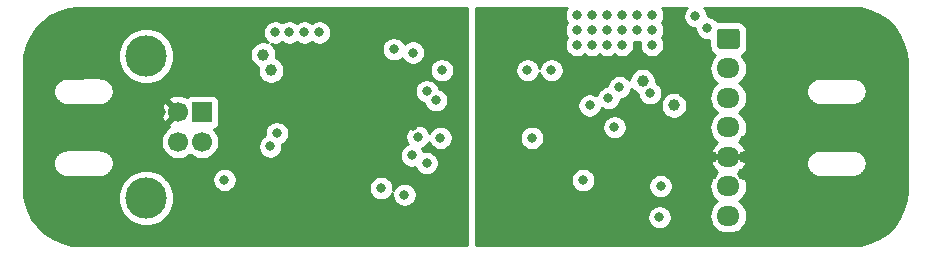
<source format=gbr>
G04 #@! TF.GenerationSoftware,KiCad,Pcbnew,(5.1.7)-1*
G04 #@! TF.CreationDate,2020-10-20T19:41:26+02:00*
G04 #@! TF.ProjectId,EQMOD_DIRECT_Isolated,45514d4f-445f-4444-9952-4543545f4973,rev?*
G04 #@! TF.SameCoordinates,Original*
G04 #@! TF.FileFunction,Copper,L2,Inr*
G04 #@! TF.FilePolarity,Positive*
%FSLAX46Y46*%
G04 Gerber Fmt 4.6, Leading zero omitted, Abs format (unit mm)*
G04 Created by KiCad (PCBNEW (5.1.7)-1) date 2020-10-20 19:41:26*
%MOMM*%
%LPD*%
G01*
G04 APERTURE LIST*
G04 #@! TA.AperFunction,ComponentPad*
%ADD10O,1.950000X1.700000*%
G04 #@! TD*
G04 #@! TA.AperFunction,ComponentPad*
%ADD11R,1.700000X1.700000*%
G04 #@! TD*
G04 #@! TA.AperFunction,ComponentPad*
%ADD12C,1.700000*%
G04 #@! TD*
G04 #@! TA.AperFunction,ComponentPad*
%ADD13C,3.500000*%
G04 #@! TD*
G04 #@! TA.AperFunction,ViaPad*
%ADD14C,0.800000*%
G04 #@! TD*
G04 #@! TA.AperFunction,ViaPad*
%ADD15C,1.000000*%
G04 #@! TD*
G04 #@! TA.AperFunction,Conductor*
%ADD16C,0.254000*%
G04 #@! TD*
G04 #@! TA.AperFunction,Conductor*
%ADD17C,0.100000*%
G04 #@! TD*
G04 APERTURE END LIST*
D10*
X144907000Y-107837000D03*
X144907000Y-105337000D03*
X144907000Y-102837000D03*
X144907000Y-100337000D03*
X144907000Y-97837000D03*
X144907000Y-95337000D03*
G04 #@! TA.AperFunction,ComponentPad*
G36*
G01*
X144182000Y-91987000D02*
X145632000Y-91987000D01*
G75*
G02*
X145882000Y-92237000I0J-250000D01*
G01*
X145882000Y-93437000D01*
G75*
G02*
X145632000Y-93687000I-250000J0D01*
G01*
X144182000Y-93687000D01*
G75*
G02*
X143932000Y-93437000I0J250000D01*
G01*
X143932000Y-92237000D01*
G75*
G02*
X144182000Y-91987000I250000J0D01*
G01*
G37*
G04 #@! TD.AperFunction*
D11*
X100330000Y-99060000D03*
D12*
X100330000Y-101560000D03*
X98330000Y-101560000D03*
X98330000Y-99060000D03*
D13*
X95620000Y-94290000D03*
X95620000Y-106330000D03*
D14*
X107442000Y-103486520D03*
X101594823Y-93522800D03*
X107315000Y-104775000D03*
X107696000Y-94742000D03*
X107696000Y-93726000D03*
X112268000Y-99822000D03*
X115062000Y-100203000D03*
X110786616Y-99937836D03*
X111252000Y-98044000D03*
X114909600Y-101346000D03*
X112014000Y-96926400D03*
X119634000Y-92710000D03*
X120523000Y-93726000D03*
X102870000Y-91440000D03*
X120650000Y-99314000D03*
X118237000Y-100203000D03*
X120396000Y-105410000D03*
X121666000Y-105918000D03*
X102235000Y-106426000D03*
X104013000Y-101727000D03*
X102997000Y-101727000D03*
D15*
X96774000Y-99060000D03*
X97028000Y-97790000D03*
X98330000Y-97250000D03*
D14*
X100318600Y-94626400D03*
X99341447Y-95531447D03*
X106680000Y-100838000D03*
X106533110Y-92300990D03*
X107724010Y-92300990D03*
X108994010Y-92300990D03*
X110264010Y-92300990D03*
X115500998Y-105480001D03*
X106121200Y-101955600D03*
X117476979Y-106043003D03*
X120650000Y-95504000D03*
X118205001Y-94011999D03*
X118110000Y-102705000D03*
X120523000Y-101219000D03*
X118606045Y-101132413D03*
X102235000Y-104775000D03*
D15*
X106181000Y-95495000D03*
X105511600Y-94197500D03*
D14*
X127889000Y-95504000D03*
X129921000Y-95504000D03*
X128270000Y-101219000D03*
X132610331Y-104797331D03*
X142113000Y-90932000D03*
X143129000Y-91948000D03*
D15*
X137644000Y-96417000D03*
X140298500Y-98461500D03*
D14*
X138279000Y-97433000D03*
X133167330Y-98475764D03*
X128905000Y-92583000D03*
X129794000Y-93726000D03*
X133097202Y-101982872D03*
X132945000Y-95591500D03*
X130161000Y-100598000D03*
X128016000Y-99949000D03*
X129159000Y-99949000D03*
X126873000Y-105791000D03*
X128016000Y-105664000D03*
X132588000Y-106426000D03*
X140017500Y-100647500D03*
X141097000Y-97409000D03*
X140335000Y-96647000D03*
D15*
X146271000Y-102837000D03*
X143510000Y-102870000D03*
X146304000Y-101473000D03*
X146177000Y-104267000D03*
X143510000Y-104267000D03*
D14*
X137795000Y-100584000D03*
X131595035Y-95480965D03*
X132080000Y-90805000D03*
X133350000Y-90805000D03*
X134620000Y-90805000D03*
X135890000Y-90805000D03*
X137160000Y-90805000D03*
X138430000Y-90805000D03*
X132080000Y-92075000D03*
X133350000Y-92075000D03*
X134620000Y-92075000D03*
X135890000Y-92075000D03*
X137160000Y-92075000D03*
X138430000Y-92075000D03*
X132080000Y-93345000D03*
X133350000Y-93345000D03*
X134620000Y-93345000D03*
X135890000Y-93345000D03*
X138430000Y-93345000D03*
X135676250Y-96924250D03*
X119356045Y-103357293D03*
X119380000Y-97282000D03*
X139065000Y-107950000D03*
X135255000Y-100330000D03*
X139168500Y-105306500D03*
X134747000Y-97860520D03*
X120142000Y-98044000D03*
X116586000Y-93726000D03*
D16*
X122809000Y-110338000D02*
X90070952Y-110338000D01*
X89234482Y-110267025D01*
X88449081Y-110063174D01*
X87709260Y-109729910D01*
X87036160Y-109276752D01*
X86449041Y-108716668D01*
X85964682Y-108065667D01*
X85596932Y-107342358D01*
X85356313Y-106567436D01*
X85293709Y-106095098D01*
X93235000Y-106095098D01*
X93235000Y-106564902D01*
X93326654Y-107025679D01*
X93506440Y-107459721D01*
X93767450Y-107850349D01*
X94099651Y-108182550D01*
X94490279Y-108443560D01*
X94924321Y-108623346D01*
X95385098Y-108715000D01*
X95854902Y-108715000D01*
X96315679Y-108623346D01*
X96749721Y-108443560D01*
X97140349Y-108182550D01*
X97472550Y-107850349D01*
X97733560Y-107459721D01*
X97913346Y-107025679D01*
X98005000Y-106564902D01*
X98005000Y-106095098D01*
X97913346Y-105634321D01*
X97733560Y-105200279D01*
X97472550Y-104809651D01*
X97335960Y-104673061D01*
X101200000Y-104673061D01*
X101200000Y-104876939D01*
X101239774Y-105076898D01*
X101317795Y-105265256D01*
X101431063Y-105434774D01*
X101575226Y-105578937D01*
X101744744Y-105692205D01*
X101933102Y-105770226D01*
X102133061Y-105810000D01*
X102336939Y-105810000D01*
X102536898Y-105770226D01*
X102725256Y-105692205D01*
X102894774Y-105578937D01*
X103038937Y-105434774D01*
X103076830Y-105378062D01*
X114465998Y-105378062D01*
X114465998Y-105581940D01*
X114505772Y-105781899D01*
X114583793Y-105970257D01*
X114697061Y-106139775D01*
X114841224Y-106283938D01*
X115010742Y-106397206D01*
X115199100Y-106475227D01*
X115399059Y-106515001D01*
X115602937Y-106515001D01*
X115802896Y-106475227D01*
X115991254Y-106397206D01*
X116160772Y-106283938D01*
X116304935Y-106139775D01*
X116418203Y-105970257D01*
X116452773Y-105886798D01*
X116441979Y-105941064D01*
X116441979Y-106144942D01*
X116481753Y-106344901D01*
X116559774Y-106533259D01*
X116673042Y-106702777D01*
X116817205Y-106846940D01*
X116986723Y-106960208D01*
X117175081Y-107038229D01*
X117375040Y-107078003D01*
X117578918Y-107078003D01*
X117778877Y-107038229D01*
X117967235Y-106960208D01*
X118136753Y-106846940D01*
X118280916Y-106702777D01*
X118394184Y-106533259D01*
X118472205Y-106344901D01*
X118511979Y-106144942D01*
X118511979Y-105941064D01*
X118472205Y-105741105D01*
X118394184Y-105552747D01*
X118280916Y-105383229D01*
X118136753Y-105239066D01*
X117967235Y-105125798D01*
X117778877Y-105047777D01*
X117578918Y-105008003D01*
X117375040Y-105008003D01*
X117175081Y-105047777D01*
X116986723Y-105125798D01*
X116817205Y-105239066D01*
X116673042Y-105383229D01*
X116559774Y-105552747D01*
X116525204Y-105636206D01*
X116535998Y-105581940D01*
X116535998Y-105378062D01*
X116496224Y-105178103D01*
X116418203Y-104989745D01*
X116304935Y-104820227D01*
X116160772Y-104676064D01*
X115991254Y-104562796D01*
X115802896Y-104484775D01*
X115602937Y-104445001D01*
X115399059Y-104445001D01*
X115199100Y-104484775D01*
X115010742Y-104562796D01*
X114841224Y-104676064D01*
X114697061Y-104820227D01*
X114583793Y-104989745D01*
X114505772Y-105178103D01*
X114465998Y-105378062D01*
X103076830Y-105378062D01*
X103152205Y-105265256D01*
X103230226Y-105076898D01*
X103270000Y-104876939D01*
X103270000Y-104673061D01*
X103230226Y-104473102D01*
X103152205Y-104284744D01*
X103038937Y-104115226D01*
X102894774Y-103971063D01*
X102725256Y-103857795D01*
X102536898Y-103779774D01*
X102336939Y-103740000D01*
X102133061Y-103740000D01*
X101933102Y-103779774D01*
X101744744Y-103857795D01*
X101575226Y-103971063D01*
X101431063Y-104115226D01*
X101317795Y-104284744D01*
X101239774Y-104473102D01*
X101200000Y-104673061D01*
X97335960Y-104673061D01*
X97140349Y-104477450D01*
X96749721Y-104216440D01*
X96315679Y-104036654D01*
X95854902Y-103945000D01*
X95385098Y-103945000D01*
X94924321Y-104036654D01*
X94490279Y-104216440D01*
X94099651Y-104477450D01*
X93767450Y-104809651D01*
X93506440Y-105200279D01*
X93326654Y-105634321D01*
X93235000Y-106095098D01*
X85293709Y-106095098D01*
X85247037Y-105742967D01*
X85242000Y-105529218D01*
X85242000Y-103321726D01*
X87734728Y-103321726D01*
X87735146Y-103381547D01*
X87734728Y-103441367D01*
X87735628Y-103450538D01*
X87745992Y-103549140D01*
X87758016Y-103607714D01*
X87769229Y-103666496D01*
X87771893Y-103675317D01*
X87801211Y-103770028D01*
X87824370Y-103825119D01*
X87846798Y-103880632D01*
X87851125Y-103888768D01*
X87898280Y-103975980D01*
X87931730Y-104025571D01*
X87964486Y-104075629D01*
X87970310Y-104082770D01*
X88033507Y-104159162D01*
X88075942Y-104201301D01*
X88117805Y-104244051D01*
X88124906Y-104249925D01*
X88201737Y-104312587D01*
X88251548Y-104345681D01*
X88300921Y-104379488D01*
X88309027Y-104383870D01*
X88396566Y-104430415D01*
X88451841Y-104453197D01*
X88506851Y-104476775D01*
X88515655Y-104479500D01*
X88610568Y-104508156D01*
X88669241Y-104519773D01*
X88727758Y-104532212D01*
X88736923Y-104533175D01*
X88835594Y-104542850D01*
X88835598Y-104542850D01*
X88867581Y-104546000D01*
X91726419Y-104546000D01*
X91765579Y-104542143D01*
X91785248Y-104541911D01*
X91794401Y-104540839D01*
X91892797Y-104528624D01*
X91951120Y-104515505D01*
X92009702Y-104503185D01*
X92018472Y-104500356D01*
X92112621Y-104469261D01*
X92167311Y-104445051D01*
X92222347Y-104421604D01*
X92230400Y-104417125D01*
X92316717Y-104368336D01*
X92365648Y-104333976D01*
X92415107Y-104300268D01*
X92422137Y-104294310D01*
X92497333Y-104229684D01*
X92538676Y-104186456D01*
X92580619Y-104143811D01*
X92586358Y-104136601D01*
X92647570Y-104058601D01*
X92679724Y-104008176D01*
X92712599Y-103958172D01*
X92716829Y-103949985D01*
X92761723Y-103861580D01*
X92783468Y-103805873D01*
X92806002Y-103750444D01*
X92808561Y-103741591D01*
X92835430Y-103646150D01*
X92845945Y-103587254D01*
X92857279Y-103528531D01*
X92858070Y-103519350D01*
X92865890Y-103420508D01*
X92864766Y-103360718D01*
X92864478Y-103300878D01*
X92863470Y-103291718D01*
X92851942Y-103193239D01*
X92839223Y-103134791D01*
X92827319Y-103076161D01*
X92824551Y-103067371D01*
X92794115Y-102973007D01*
X92770288Y-102918149D01*
X92747225Y-102862951D01*
X92742802Y-102854866D01*
X92694617Y-102768211D01*
X92660586Y-102719021D01*
X92627241Y-102669353D01*
X92621336Y-102662287D01*
X92621332Y-102662281D01*
X92621327Y-102662276D01*
X92557234Y-102586636D01*
X92514279Y-102544976D01*
X92471932Y-102502742D01*
X92464762Y-102496952D01*
X92387190Y-102435198D01*
X92336959Y-102402674D01*
X92287232Y-102369480D01*
X92279074Y-102365193D01*
X92279070Y-102365191D01*
X92279067Y-102365189D01*
X92279064Y-102365188D01*
X92190986Y-102319681D01*
X92135418Y-102297541D01*
X92080158Y-102274625D01*
X92071327Y-102272006D01*
X92071321Y-102272004D01*
X91976072Y-102244470D01*
X91917315Y-102233555D01*
X91858601Y-102221798D01*
X91849426Y-102220944D01*
X91754644Y-102212780D01*
X91726419Y-102210000D01*
X88867581Y-102210000D01*
X88835100Y-102213199D01*
X88828505Y-102213199D01*
X88819341Y-102214163D01*
X88776325Y-102218988D01*
X88770617Y-102219550D01*
X88770209Y-102219674D01*
X88720815Y-102225214D01*
X88662321Y-102237647D01*
X88603621Y-102249270D01*
X88594818Y-102251995D01*
X88500315Y-102281973D01*
X88445368Y-102305524D01*
X88390027Y-102328333D01*
X88381921Y-102332716D01*
X88295041Y-102380479D01*
X88245679Y-102414278D01*
X88195857Y-102447379D01*
X88188757Y-102453253D01*
X88112807Y-102516982D01*
X88070944Y-102559732D01*
X88028508Y-102601872D01*
X88022684Y-102609014D01*
X87960560Y-102686281D01*
X87927812Y-102736326D01*
X87894355Y-102785927D01*
X87890029Y-102794064D01*
X87844096Y-102881925D01*
X87821697Y-102937365D01*
X87798508Y-102992529D01*
X87795845Y-103001351D01*
X87767852Y-103096461D01*
X87756652Y-103155172D01*
X87744613Y-103213819D01*
X87743714Y-103222990D01*
X87734728Y-103321726D01*
X85242000Y-103321726D01*
X85242000Y-101413740D01*
X96845000Y-101413740D01*
X96845000Y-101706260D01*
X96902068Y-101993158D01*
X97014010Y-102263411D01*
X97176525Y-102506632D01*
X97383368Y-102713475D01*
X97626589Y-102875990D01*
X97896842Y-102987932D01*
X98183740Y-103045000D01*
X98476260Y-103045000D01*
X98763158Y-102987932D01*
X99033411Y-102875990D01*
X99276632Y-102713475D01*
X99330000Y-102660107D01*
X99383368Y-102713475D01*
X99626589Y-102875990D01*
X99896842Y-102987932D01*
X100183740Y-103045000D01*
X100476260Y-103045000D01*
X100763158Y-102987932D01*
X101033411Y-102875990D01*
X101276632Y-102713475D01*
X101483475Y-102506632D01*
X101645990Y-102263411D01*
X101757932Y-101993158D01*
X101785679Y-101853661D01*
X105086200Y-101853661D01*
X105086200Y-102057539D01*
X105125974Y-102257498D01*
X105203995Y-102445856D01*
X105317263Y-102615374D01*
X105461426Y-102759537D01*
X105630944Y-102872805D01*
X105819302Y-102950826D01*
X106019261Y-102990600D01*
X106223139Y-102990600D01*
X106423098Y-102950826D01*
X106611456Y-102872805D01*
X106780974Y-102759537D01*
X106925137Y-102615374D01*
X106933364Y-102603061D01*
X117075000Y-102603061D01*
X117075000Y-102806939D01*
X117114774Y-103006898D01*
X117192795Y-103195256D01*
X117306063Y-103364774D01*
X117450226Y-103508937D01*
X117619744Y-103622205D01*
X117808102Y-103700226D01*
X118008061Y-103740000D01*
X118211939Y-103740000D01*
X118380411Y-103706489D01*
X118438840Y-103847549D01*
X118552108Y-104017067D01*
X118696271Y-104161230D01*
X118865789Y-104274498D01*
X119054147Y-104352519D01*
X119254106Y-104392293D01*
X119457984Y-104392293D01*
X119657943Y-104352519D01*
X119846301Y-104274498D01*
X120015819Y-104161230D01*
X120159982Y-104017067D01*
X120273250Y-103847549D01*
X120351271Y-103659191D01*
X120391045Y-103459232D01*
X120391045Y-103255354D01*
X120351271Y-103055395D01*
X120273250Y-102867037D01*
X120159982Y-102697519D01*
X120015819Y-102553356D01*
X119846301Y-102440088D01*
X119657943Y-102362067D01*
X119457984Y-102322293D01*
X119254106Y-102322293D01*
X119085634Y-102355804D01*
X119027205Y-102214744D01*
X118955767Y-102107829D01*
X119096301Y-102049618D01*
X119265819Y-101936350D01*
X119409982Y-101792187D01*
X119523250Y-101622669D01*
X119546590Y-101566323D01*
X119605795Y-101709256D01*
X119719063Y-101878774D01*
X119863226Y-102022937D01*
X120032744Y-102136205D01*
X120221102Y-102214226D01*
X120421061Y-102254000D01*
X120624939Y-102254000D01*
X120824898Y-102214226D01*
X121013256Y-102136205D01*
X121182774Y-102022937D01*
X121326937Y-101878774D01*
X121440205Y-101709256D01*
X121518226Y-101520898D01*
X121558000Y-101320939D01*
X121558000Y-101117061D01*
X121518226Y-100917102D01*
X121440205Y-100728744D01*
X121326937Y-100559226D01*
X121182774Y-100415063D01*
X121013256Y-100301795D01*
X120824898Y-100223774D01*
X120624939Y-100184000D01*
X120421061Y-100184000D01*
X120221102Y-100223774D01*
X120032744Y-100301795D01*
X119863226Y-100415063D01*
X119719063Y-100559226D01*
X119605795Y-100728744D01*
X119582455Y-100785090D01*
X119523250Y-100642157D01*
X119409982Y-100472639D01*
X119265819Y-100328476D01*
X119096301Y-100215208D01*
X118907943Y-100137187D01*
X118707984Y-100097413D01*
X118504106Y-100097413D01*
X118304147Y-100137187D01*
X118115789Y-100215208D01*
X117946271Y-100328476D01*
X117802108Y-100472639D01*
X117688840Y-100642157D01*
X117610819Y-100830515D01*
X117571045Y-101030474D01*
X117571045Y-101234352D01*
X117610819Y-101434311D01*
X117688840Y-101622669D01*
X117760278Y-101729584D01*
X117619744Y-101787795D01*
X117450226Y-101901063D01*
X117306063Y-102045226D01*
X117192795Y-102214744D01*
X117114774Y-102403102D01*
X117075000Y-102603061D01*
X106933364Y-102603061D01*
X107038405Y-102445856D01*
X107116426Y-102257498D01*
X107156200Y-102057539D01*
X107156200Y-101853661D01*
X107139177Y-101768079D01*
X107170256Y-101755205D01*
X107339774Y-101641937D01*
X107483937Y-101497774D01*
X107597205Y-101328256D01*
X107675226Y-101139898D01*
X107715000Y-100939939D01*
X107715000Y-100736061D01*
X107675226Y-100536102D01*
X107597205Y-100347744D01*
X107483937Y-100178226D01*
X107339774Y-100034063D01*
X107170256Y-99920795D01*
X106981898Y-99842774D01*
X106781939Y-99803000D01*
X106578061Y-99803000D01*
X106378102Y-99842774D01*
X106189744Y-99920795D01*
X106020226Y-100034063D01*
X105876063Y-100178226D01*
X105762795Y-100347744D01*
X105684774Y-100536102D01*
X105645000Y-100736061D01*
X105645000Y-100939939D01*
X105662023Y-101025521D01*
X105630944Y-101038395D01*
X105461426Y-101151663D01*
X105317263Y-101295826D01*
X105203995Y-101465344D01*
X105125974Y-101653702D01*
X105086200Y-101853661D01*
X101785679Y-101853661D01*
X101815000Y-101706260D01*
X101815000Y-101413740D01*
X101757932Y-101126842D01*
X101645990Y-100856589D01*
X101483475Y-100613368D01*
X101382310Y-100512203D01*
X101424180Y-100499502D01*
X101534494Y-100440537D01*
X101631185Y-100361185D01*
X101710537Y-100264494D01*
X101769502Y-100154180D01*
X101805812Y-100034482D01*
X101818072Y-99910000D01*
X101818072Y-98210000D01*
X101805812Y-98085518D01*
X101769502Y-97965820D01*
X101710537Y-97855506D01*
X101631185Y-97758815D01*
X101534494Y-97679463D01*
X101424180Y-97620498D01*
X101304482Y-97584188D01*
X101180000Y-97571928D01*
X99480000Y-97571928D01*
X99355518Y-97584188D01*
X99235820Y-97620498D01*
X99125506Y-97679463D01*
X99037124Y-97751996D01*
X98837117Y-97656629D01*
X98553589Y-97584661D01*
X98261469Y-97569389D01*
X97971981Y-97611401D01*
X97696253Y-97709081D01*
X97558843Y-97782528D01*
X97481208Y-98031603D01*
X98330000Y-98880395D01*
X98344143Y-98866253D01*
X98523748Y-99045858D01*
X98509605Y-99060000D01*
X98523748Y-99074143D01*
X98344143Y-99253748D01*
X98330000Y-99239605D01*
X97481208Y-100088397D01*
X97546410Y-100297584D01*
X97383368Y-100406525D01*
X97176525Y-100613368D01*
X97014010Y-100856589D01*
X96902068Y-101126842D01*
X96845000Y-101413740D01*
X85242000Y-101413740D01*
X85242000Y-99128531D01*
X96839389Y-99128531D01*
X96881401Y-99418019D01*
X96979081Y-99693747D01*
X97052528Y-99831157D01*
X97301603Y-99908792D01*
X98150395Y-99060000D01*
X97301603Y-98211208D01*
X97052528Y-98288843D01*
X96926629Y-98552883D01*
X96854661Y-98836411D01*
X96839389Y-99128531D01*
X85242000Y-99128531D01*
X85242000Y-97225675D01*
X87742728Y-97225675D01*
X87743146Y-97285492D01*
X87742728Y-97345308D01*
X87743627Y-97354479D01*
X87753827Y-97451527D01*
X87765861Y-97510152D01*
X87777064Y-97568884D01*
X87779728Y-97577706D01*
X87808584Y-97670925D01*
X87831767Y-97726075D01*
X87854175Y-97781537D01*
X87858502Y-97789673D01*
X87904914Y-97875511D01*
X87938362Y-97925098D01*
X87971119Y-97975156D01*
X87976943Y-97982297D01*
X88039145Y-98057486D01*
X88081594Y-98099639D01*
X88123439Y-98142371D01*
X88130540Y-98148245D01*
X88206160Y-98209921D01*
X88256025Y-98243052D01*
X88305350Y-98276825D01*
X88313445Y-98281202D01*
X88313448Y-98281204D01*
X88313451Y-98281205D01*
X88313456Y-98281208D01*
X88399617Y-98327020D01*
X88454909Y-98349809D01*
X88509898Y-98373378D01*
X88518701Y-98376103D01*
X88612119Y-98404308D01*
X88670826Y-98415933D01*
X88729316Y-98428365D01*
X88738470Y-98429327D01*
X88738476Y-98429328D01*
X88738481Y-98429328D01*
X88834737Y-98438766D01*
X88865692Y-98441904D01*
X91724528Y-98450090D01*
X91758930Y-98446801D01*
X91765495Y-98446801D01*
X91774659Y-98445837D01*
X91807269Y-98442179D01*
X91821519Y-98440817D01*
X91822773Y-98440440D01*
X91873186Y-98434786D01*
X91931687Y-98422351D01*
X91990379Y-98410730D01*
X91999182Y-98408005D01*
X92093686Y-98378027D01*
X92148671Y-98354460D01*
X92203972Y-98331667D01*
X92212078Y-98327284D01*
X92298959Y-98279521D01*
X92348306Y-98245733D01*
X92398143Y-98212621D01*
X92405244Y-98206747D01*
X92481193Y-98143017D01*
X92523037Y-98100287D01*
X92565492Y-98058128D01*
X92571316Y-98050986D01*
X92633440Y-97973720D01*
X92666200Y-97923657D01*
X92699645Y-97874073D01*
X92703971Y-97865937D01*
X92749904Y-97778075D01*
X92772303Y-97722635D01*
X92795492Y-97667471D01*
X92798155Y-97658649D01*
X92826148Y-97563539D01*
X92837348Y-97504828D01*
X92849387Y-97446181D01*
X92850286Y-97437010D01*
X92859272Y-97338274D01*
X92858854Y-97278453D01*
X92859272Y-97218633D01*
X92858372Y-97209462D01*
X92855282Y-97180061D01*
X118345000Y-97180061D01*
X118345000Y-97383939D01*
X118384774Y-97583898D01*
X118462795Y-97772256D01*
X118576063Y-97941774D01*
X118720226Y-98085937D01*
X118889744Y-98199205D01*
X119078102Y-98277226D01*
X119135381Y-98288619D01*
X119146774Y-98345898D01*
X119224795Y-98534256D01*
X119338063Y-98703774D01*
X119482226Y-98847937D01*
X119651744Y-98961205D01*
X119840102Y-99039226D01*
X120040061Y-99079000D01*
X120243939Y-99079000D01*
X120443898Y-99039226D01*
X120632256Y-98961205D01*
X120801774Y-98847937D01*
X120945937Y-98703774D01*
X121059205Y-98534256D01*
X121137226Y-98345898D01*
X121177000Y-98145939D01*
X121177000Y-97942061D01*
X121137226Y-97742102D01*
X121059205Y-97553744D01*
X120945937Y-97384226D01*
X120801774Y-97240063D01*
X120632256Y-97126795D01*
X120443898Y-97048774D01*
X120386619Y-97037381D01*
X120375226Y-96980102D01*
X120297205Y-96791744D01*
X120183937Y-96622226D01*
X120039774Y-96478063D01*
X119870256Y-96364795D01*
X119681898Y-96286774D01*
X119481939Y-96247000D01*
X119278061Y-96247000D01*
X119078102Y-96286774D01*
X118889744Y-96364795D01*
X118720226Y-96478063D01*
X118576063Y-96622226D01*
X118462795Y-96791744D01*
X118384774Y-96980102D01*
X118345000Y-97180061D01*
X92855282Y-97180061D01*
X92848008Y-97110860D01*
X92835984Y-97052286D01*
X92824771Y-96993504D01*
X92822107Y-96984683D01*
X92792789Y-96889973D01*
X92769636Y-96834895D01*
X92747202Y-96779368D01*
X92742875Y-96771232D01*
X92695720Y-96684020D01*
X92662270Y-96634429D01*
X92629514Y-96584371D01*
X92623689Y-96577230D01*
X92560493Y-96500838D01*
X92518058Y-96458699D01*
X92476195Y-96415949D01*
X92469094Y-96410075D01*
X92392263Y-96347413D01*
X92342467Y-96314329D01*
X92293079Y-96280512D01*
X92284973Y-96276130D01*
X92197434Y-96229585D01*
X92142159Y-96206803D01*
X92087149Y-96183225D01*
X92078346Y-96180500D01*
X91983432Y-96151844D01*
X91924752Y-96140225D01*
X91866242Y-96127788D01*
X91857077Y-96126825D01*
X91822288Y-96123414D01*
X91821519Y-96123183D01*
X91724528Y-96113910D01*
X88865692Y-96122096D01*
X88835095Y-96125198D01*
X88828617Y-96125198D01*
X88819453Y-96126162D01*
X88722478Y-96137039D01*
X88663984Y-96149472D01*
X88605284Y-96161095D01*
X88596481Y-96163820D01*
X88503465Y-96193326D01*
X88448505Y-96216882D01*
X88393178Y-96239686D01*
X88385072Y-96244069D01*
X88299559Y-96291080D01*
X88250208Y-96324872D01*
X88200374Y-96357982D01*
X88193274Y-96363856D01*
X88118522Y-96426581D01*
X88076695Y-96469294D01*
X88034226Y-96511467D01*
X88028402Y-96518609D01*
X87967256Y-96594659D01*
X87934535Y-96644661D01*
X87901049Y-96694306D01*
X87896723Y-96702443D01*
X87851513Y-96788922D01*
X87829104Y-96844388D01*
X87805925Y-96899527D01*
X87803262Y-96908349D01*
X87775710Y-97001961D01*
X87764508Y-97060682D01*
X87752471Y-97119322D01*
X87751572Y-97128493D01*
X87742728Y-97225675D01*
X85242000Y-97225675D01*
X85242000Y-95023952D01*
X85312975Y-94187482D01*
X85347335Y-94055098D01*
X93235000Y-94055098D01*
X93235000Y-94524902D01*
X93326654Y-94985679D01*
X93506440Y-95419721D01*
X93767450Y-95810349D01*
X94099651Y-96142550D01*
X94490279Y-96403560D01*
X94924321Y-96583346D01*
X95385098Y-96675000D01*
X95854902Y-96675000D01*
X96315679Y-96583346D01*
X96749721Y-96403560D01*
X97140349Y-96142550D01*
X97472550Y-95810349D01*
X97733560Y-95419721D01*
X97913346Y-94985679D01*
X98005000Y-94524902D01*
X98005000Y-94085712D01*
X104376600Y-94085712D01*
X104376600Y-94309288D01*
X104420217Y-94528567D01*
X104505776Y-94735124D01*
X104629988Y-94921020D01*
X104788080Y-95079112D01*
X104973976Y-95203324D01*
X105073576Y-95244580D01*
X105046000Y-95383212D01*
X105046000Y-95606788D01*
X105089617Y-95826067D01*
X105175176Y-96032624D01*
X105299388Y-96218520D01*
X105457480Y-96376612D01*
X105643376Y-96500824D01*
X105849933Y-96586383D01*
X106069212Y-96630000D01*
X106292788Y-96630000D01*
X106512067Y-96586383D01*
X106718624Y-96500824D01*
X106904520Y-96376612D01*
X107062612Y-96218520D01*
X107186824Y-96032624D01*
X107272383Y-95826067D01*
X107316000Y-95606788D01*
X107316000Y-95402061D01*
X119615000Y-95402061D01*
X119615000Y-95605939D01*
X119654774Y-95805898D01*
X119732795Y-95994256D01*
X119846063Y-96163774D01*
X119990226Y-96307937D01*
X120159744Y-96421205D01*
X120348102Y-96499226D01*
X120548061Y-96539000D01*
X120751939Y-96539000D01*
X120951898Y-96499226D01*
X121140256Y-96421205D01*
X121309774Y-96307937D01*
X121453937Y-96163774D01*
X121567205Y-95994256D01*
X121645226Y-95805898D01*
X121685000Y-95605939D01*
X121685000Y-95402061D01*
X121645226Y-95202102D01*
X121567205Y-95013744D01*
X121453937Y-94844226D01*
X121309774Y-94700063D01*
X121140256Y-94586795D01*
X120951898Y-94508774D01*
X120751939Y-94469000D01*
X120548061Y-94469000D01*
X120348102Y-94508774D01*
X120159744Y-94586795D01*
X119990226Y-94700063D01*
X119846063Y-94844226D01*
X119732795Y-95013744D01*
X119654774Y-95202102D01*
X119615000Y-95402061D01*
X107316000Y-95402061D01*
X107316000Y-95383212D01*
X107272383Y-95163933D01*
X107186824Y-94957376D01*
X107062612Y-94771480D01*
X106904520Y-94613388D01*
X106718624Y-94489176D01*
X106619024Y-94447920D01*
X106646600Y-94309288D01*
X106646600Y-94085712D01*
X106602983Y-93866433D01*
X106517424Y-93659876D01*
X106493494Y-93624061D01*
X115551000Y-93624061D01*
X115551000Y-93827939D01*
X115590774Y-94027898D01*
X115668795Y-94216256D01*
X115782063Y-94385774D01*
X115926226Y-94529937D01*
X116095744Y-94643205D01*
X116284102Y-94721226D01*
X116484061Y-94761000D01*
X116687939Y-94761000D01*
X116887898Y-94721226D01*
X117076256Y-94643205D01*
X117245774Y-94529937D01*
X117283596Y-94492115D01*
X117287796Y-94502255D01*
X117401064Y-94671773D01*
X117545227Y-94815936D01*
X117714745Y-94929204D01*
X117903103Y-95007225D01*
X118103062Y-95046999D01*
X118306940Y-95046999D01*
X118506899Y-95007225D01*
X118695257Y-94929204D01*
X118864775Y-94815936D01*
X119008938Y-94671773D01*
X119122206Y-94502255D01*
X119200227Y-94313897D01*
X119240001Y-94113938D01*
X119240001Y-93910060D01*
X119200227Y-93710101D01*
X119122206Y-93521743D01*
X119008938Y-93352225D01*
X118864775Y-93208062D01*
X118695257Y-93094794D01*
X118506899Y-93016773D01*
X118306940Y-92976999D01*
X118103062Y-92976999D01*
X117903103Y-93016773D01*
X117714745Y-93094794D01*
X117545227Y-93208062D01*
X117507405Y-93245884D01*
X117503205Y-93235744D01*
X117389937Y-93066226D01*
X117245774Y-92922063D01*
X117076256Y-92808795D01*
X116887898Y-92730774D01*
X116687939Y-92691000D01*
X116484061Y-92691000D01*
X116284102Y-92730774D01*
X116095744Y-92808795D01*
X115926226Y-92922063D01*
X115782063Y-93066226D01*
X115668795Y-93235744D01*
X115590774Y-93424102D01*
X115551000Y-93624061D01*
X106493494Y-93624061D01*
X106393212Y-93473980D01*
X106235120Y-93315888D01*
X106164034Y-93268390D01*
X106231212Y-93296216D01*
X106431171Y-93335990D01*
X106635049Y-93335990D01*
X106835008Y-93296216D01*
X107023366Y-93218195D01*
X107128560Y-93147907D01*
X107233754Y-93218195D01*
X107422112Y-93296216D01*
X107622071Y-93335990D01*
X107825949Y-93335990D01*
X108025908Y-93296216D01*
X108214266Y-93218195D01*
X108359010Y-93121480D01*
X108503754Y-93218195D01*
X108692112Y-93296216D01*
X108892071Y-93335990D01*
X109095949Y-93335990D01*
X109295908Y-93296216D01*
X109484266Y-93218195D01*
X109629010Y-93121480D01*
X109773754Y-93218195D01*
X109962112Y-93296216D01*
X110162071Y-93335990D01*
X110365949Y-93335990D01*
X110565908Y-93296216D01*
X110754266Y-93218195D01*
X110923784Y-93104927D01*
X111067947Y-92960764D01*
X111181215Y-92791246D01*
X111259236Y-92602888D01*
X111299010Y-92402929D01*
X111299010Y-92199051D01*
X111259236Y-91999092D01*
X111181215Y-91810734D01*
X111067947Y-91641216D01*
X110923784Y-91497053D01*
X110754266Y-91383785D01*
X110565908Y-91305764D01*
X110365949Y-91265990D01*
X110162071Y-91265990D01*
X109962112Y-91305764D01*
X109773754Y-91383785D01*
X109629010Y-91480500D01*
X109484266Y-91383785D01*
X109295908Y-91305764D01*
X109095949Y-91265990D01*
X108892071Y-91265990D01*
X108692112Y-91305764D01*
X108503754Y-91383785D01*
X108359010Y-91480500D01*
X108214266Y-91383785D01*
X108025908Y-91305764D01*
X107825949Y-91265990D01*
X107622071Y-91265990D01*
X107422112Y-91305764D01*
X107233754Y-91383785D01*
X107128560Y-91454073D01*
X107023366Y-91383785D01*
X106835008Y-91305764D01*
X106635049Y-91265990D01*
X106431171Y-91265990D01*
X106231212Y-91305764D01*
X106042854Y-91383785D01*
X105873336Y-91497053D01*
X105729173Y-91641216D01*
X105615905Y-91810734D01*
X105537884Y-91999092D01*
X105498110Y-92199051D01*
X105498110Y-92402929D01*
X105537884Y-92602888D01*
X105615905Y-92791246D01*
X105729173Y-92960764D01*
X105873336Y-93104927D01*
X105928043Y-93141481D01*
X105842667Y-93106117D01*
X105623388Y-93062500D01*
X105399812Y-93062500D01*
X105180533Y-93106117D01*
X104973976Y-93191676D01*
X104788080Y-93315888D01*
X104629988Y-93473980D01*
X104505776Y-93659876D01*
X104420217Y-93866433D01*
X104376600Y-94085712D01*
X98005000Y-94085712D01*
X98005000Y-94055098D01*
X97913346Y-93594321D01*
X97733560Y-93160279D01*
X97472550Y-92769651D01*
X97140349Y-92437450D01*
X96749721Y-92176440D01*
X96315679Y-91996654D01*
X95854902Y-91905000D01*
X95385098Y-91905000D01*
X94924321Y-91996654D01*
X94490279Y-92176440D01*
X94099651Y-92437450D01*
X93767450Y-92769651D01*
X93506440Y-93160279D01*
X93326654Y-93594321D01*
X93235000Y-94055098D01*
X85347335Y-94055098D01*
X85516825Y-93402082D01*
X85850092Y-92662258D01*
X86303248Y-91989160D01*
X86863332Y-91402041D01*
X87514335Y-90917681D01*
X88237642Y-90549932D01*
X89012563Y-90309313D01*
X89837033Y-90200037D01*
X90050782Y-90195000D01*
X122809000Y-90195000D01*
X122809000Y-110338000D01*
G04 #@! TA.AperFunction,Conductor*
D17*
G36*
X122809000Y-110338000D02*
G01*
X90070952Y-110338000D01*
X89234482Y-110267025D01*
X88449081Y-110063174D01*
X87709260Y-109729910D01*
X87036160Y-109276752D01*
X86449041Y-108716668D01*
X85964682Y-108065667D01*
X85596932Y-107342358D01*
X85356313Y-106567436D01*
X85293709Y-106095098D01*
X93235000Y-106095098D01*
X93235000Y-106564902D01*
X93326654Y-107025679D01*
X93506440Y-107459721D01*
X93767450Y-107850349D01*
X94099651Y-108182550D01*
X94490279Y-108443560D01*
X94924321Y-108623346D01*
X95385098Y-108715000D01*
X95854902Y-108715000D01*
X96315679Y-108623346D01*
X96749721Y-108443560D01*
X97140349Y-108182550D01*
X97472550Y-107850349D01*
X97733560Y-107459721D01*
X97913346Y-107025679D01*
X98005000Y-106564902D01*
X98005000Y-106095098D01*
X97913346Y-105634321D01*
X97733560Y-105200279D01*
X97472550Y-104809651D01*
X97335960Y-104673061D01*
X101200000Y-104673061D01*
X101200000Y-104876939D01*
X101239774Y-105076898D01*
X101317795Y-105265256D01*
X101431063Y-105434774D01*
X101575226Y-105578937D01*
X101744744Y-105692205D01*
X101933102Y-105770226D01*
X102133061Y-105810000D01*
X102336939Y-105810000D01*
X102536898Y-105770226D01*
X102725256Y-105692205D01*
X102894774Y-105578937D01*
X103038937Y-105434774D01*
X103076830Y-105378062D01*
X114465998Y-105378062D01*
X114465998Y-105581940D01*
X114505772Y-105781899D01*
X114583793Y-105970257D01*
X114697061Y-106139775D01*
X114841224Y-106283938D01*
X115010742Y-106397206D01*
X115199100Y-106475227D01*
X115399059Y-106515001D01*
X115602937Y-106515001D01*
X115802896Y-106475227D01*
X115991254Y-106397206D01*
X116160772Y-106283938D01*
X116304935Y-106139775D01*
X116418203Y-105970257D01*
X116452773Y-105886798D01*
X116441979Y-105941064D01*
X116441979Y-106144942D01*
X116481753Y-106344901D01*
X116559774Y-106533259D01*
X116673042Y-106702777D01*
X116817205Y-106846940D01*
X116986723Y-106960208D01*
X117175081Y-107038229D01*
X117375040Y-107078003D01*
X117578918Y-107078003D01*
X117778877Y-107038229D01*
X117967235Y-106960208D01*
X118136753Y-106846940D01*
X118280916Y-106702777D01*
X118394184Y-106533259D01*
X118472205Y-106344901D01*
X118511979Y-106144942D01*
X118511979Y-105941064D01*
X118472205Y-105741105D01*
X118394184Y-105552747D01*
X118280916Y-105383229D01*
X118136753Y-105239066D01*
X117967235Y-105125798D01*
X117778877Y-105047777D01*
X117578918Y-105008003D01*
X117375040Y-105008003D01*
X117175081Y-105047777D01*
X116986723Y-105125798D01*
X116817205Y-105239066D01*
X116673042Y-105383229D01*
X116559774Y-105552747D01*
X116525204Y-105636206D01*
X116535998Y-105581940D01*
X116535998Y-105378062D01*
X116496224Y-105178103D01*
X116418203Y-104989745D01*
X116304935Y-104820227D01*
X116160772Y-104676064D01*
X115991254Y-104562796D01*
X115802896Y-104484775D01*
X115602937Y-104445001D01*
X115399059Y-104445001D01*
X115199100Y-104484775D01*
X115010742Y-104562796D01*
X114841224Y-104676064D01*
X114697061Y-104820227D01*
X114583793Y-104989745D01*
X114505772Y-105178103D01*
X114465998Y-105378062D01*
X103076830Y-105378062D01*
X103152205Y-105265256D01*
X103230226Y-105076898D01*
X103270000Y-104876939D01*
X103270000Y-104673061D01*
X103230226Y-104473102D01*
X103152205Y-104284744D01*
X103038937Y-104115226D01*
X102894774Y-103971063D01*
X102725256Y-103857795D01*
X102536898Y-103779774D01*
X102336939Y-103740000D01*
X102133061Y-103740000D01*
X101933102Y-103779774D01*
X101744744Y-103857795D01*
X101575226Y-103971063D01*
X101431063Y-104115226D01*
X101317795Y-104284744D01*
X101239774Y-104473102D01*
X101200000Y-104673061D01*
X97335960Y-104673061D01*
X97140349Y-104477450D01*
X96749721Y-104216440D01*
X96315679Y-104036654D01*
X95854902Y-103945000D01*
X95385098Y-103945000D01*
X94924321Y-104036654D01*
X94490279Y-104216440D01*
X94099651Y-104477450D01*
X93767450Y-104809651D01*
X93506440Y-105200279D01*
X93326654Y-105634321D01*
X93235000Y-106095098D01*
X85293709Y-106095098D01*
X85247037Y-105742967D01*
X85242000Y-105529218D01*
X85242000Y-103321726D01*
X87734728Y-103321726D01*
X87735146Y-103381547D01*
X87734728Y-103441367D01*
X87735628Y-103450538D01*
X87745992Y-103549140D01*
X87758016Y-103607714D01*
X87769229Y-103666496D01*
X87771893Y-103675317D01*
X87801211Y-103770028D01*
X87824370Y-103825119D01*
X87846798Y-103880632D01*
X87851125Y-103888768D01*
X87898280Y-103975980D01*
X87931730Y-104025571D01*
X87964486Y-104075629D01*
X87970310Y-104082770D01*
X88033507Y-104159162D01*
X88075942Y-104201301D01*
X88117805Y-104244051D01*
X88124906Y-104249925D01*
X88201737Y-104312587D01*
X88251548Y-104345681D01*
X88300921Y-104379488D01*
X88309027Y-104383870D01*
X88396566Y-104430415D01*
X88451841Y-104453197D01*
X88506851Y-104476775D01*
X88515655Y-104479500D01*
X88610568Y-104508156D01*
X88669241Y-104519773D01*
X88727758Y-104532212D01*
X88736923Y-104533175D01*
X88835594Y-104542850D01*
X88835598Y-104542850D01*
X88867581Y-104546000D01*
X91726419Y-104546000D01*
X91765579Y-104542143D01*
X91785248Y-104541911D01*
X91794401Y-104540839D01*
X91892797Y-104528624D01*
X91951120Y-104515505D01*
X92009702Y-104503185D01*
X92018472Y-104500356D01*
X92112621Y-104469261D01*
X92167311Y-104445051D01*
X92222347Y-104421604D01*
X92230400Y-104417125D01*
X92316717Y-104368336D01*
X92365648Y-104333976D01*
X92415107Y-104300268D01*
X92422137Y-104294310D01*
X92497333Y-104229684D01*
X92538676Y-104186456D01*
X92580619Y-104143811D01*
X92586358Y-104136601D01*
X92647570Y-104058601D01*
X92679724Y-104008176D01*
X92712599Y-103958172D01*
X92716829Y-103949985D01*
X92761723Y-103861580D01*
X92783468Y-103805873D01*
X92806002Y-103750444D01*
X92808561Y-103741591D01*
X92835430Y-103646150D01*
X92845945Y-103587254D01*
X92857279Y-103528531D01*
X92858070Y-103519350D01*
X92865890Y-103420508D01*
X92864766Y-103360718D01*
X92864478Y-103300878D01*
X92863470Y-103291718D01*
X92851942Y-103193239D01*
X92839223Y-103134791D01*
X92827319Y-103076161D01*
X92824551Y-103067371D01*
X92794115Y-102973007D01*
X92770288Y-102918149D01*
X92747225Y-102862951D01*
X92742802Y-102854866D01*
X92694617Y-102768211D01*
X92660586Y-102719021D01*
X92627241Y-102669353D01*
X92621336Y-102662287D01*
X92621332Y-102662281D01*
X92621327Y-102662276D01*
X92557234Y-102586636D01*
X92514279Y-102544976D01*
X92471932Y-102502742D01*
X92464762Y-102496952D01*
X92387190Y-102435198D01*
X92336959Y-102402674D01*
X92287232Y-102369480D01*
X92279074Y-102365193D01*
X92279070Y-102365191D01*
X92279067Y-102365189D01*
X92279064Y-102365188D01*
X92190986Y-102319681D01*
X92135418Y-102297541D01*
X92080158Y-102274625D01*
X92071327Y-102272006D01*
X92071321Y-102272004D01*
X91976072Y-102244470D01*
X91917315Y-102233555D01*
X91858601Y-102221798D01*
X91849426Y-102220944D01*
X91754644Y-102212780D01*
X91726419Y-102210000D01*
X88867581Y-102210000D01*
X88835100Y-102213199D01*
X88828505Y-102213199D01*
X88819341Y-102214163D01*
X88776325Y-102218988D01*
X88770617Y-102219550D01*
X88770209Y-102219674D01*
X88720815Y-102225214D01*
X88662321Y-102237647D01*
X88603621Y-102249270D01*
X88594818Y-102251995D01*
X88500315Y-102281973D01*
X88445368Y-102305524D01*
X88390027Y-102328333D01*
X88381921Y-102332716D01*
X88295041Y-102380479D01*
X88245679Y-102414278D01*
X88195857Y-102447379D01*
X88188757Y-102453253D01*
X88112807Y-102516982D01*
X88070944Y-102559732D01*
X88028508Y-102601872D01*
X88022684Y-102609014D01*
X87960560Y-102686281D01*
X87927812Y-102736326D01*
X87894355Y-102785927D01*
X87890029Y-102794064D01*
X87844096Y-102881925D01*
X87821697Y-102937365D01*
X87798508Y-102992529D01*
X87795845Y-103001351D01*
X87767852Y-103096461D01*
X87756652Y-103155172D01*
X87744613Y-103213819D01*
X87743714Y-103222990D01*
X87734728Y-103321726D01*
X85242000Y-103321726D01*
X85242000Y-101413740D01*
X96845000Y-101413740D01*
X96845000Y-101706260D01*
X96902068Y-101993158D01*
X97014010Y-102263411D01*
X97176525Y-102506632D01*
X97383368Y-102713475D01*
X97626589Y-102875990D01*
X97896842Y-102987932D01*
X98183740Y-103045000D01*
X98476260Y-103045000D01*
X98763158Y-102987932D01*
X99033411Y-102875990D01*
X99276632Y-102713475D01*
X99330000Y-102660107D01*
X99383368Y-102713475D01*
X99626589Y-102875990D01*
X99896842Y-102987932D01*
X100183740Y-103045000D01*
X100476260Y-103045000D01*
X100763158Y-102987932D01*
X101033411Y-102875990D01*
X101276632Y-102713475D01*
X101483475Y-102506632D01*
X101645990Y-102263411D01*
X101757932Y-101993158D01*
X101785679Y-101853661D01*
X105086200Y-101853661D01*
X105086200Y-102057539D01*
X105125974Y-102257498D01*
X105203995Y-102445856D01*
X105317263Y-102615374D01*
X105461426Y-102759537D01*
X105630944Y-102872805D01*
X105819302Y-102950826D01*
X106019261Y-102990600D01*
X106223139Y-102990600D01*
X106423098Y-102950826D01*
X106611456Y-102872805D01*
X106780974Y-102759537D01*
X106925137Y-102615374D01*
X106933364Y-102603061D01*
X117075000Y-102603061D01*
X117075000Y-102806939D01*
X117114774Y-103006898D01*
X117192795Y-103195256D01*
X117306063Y-103364774D01*
X117450226Y-103508937D01*
X117619744Y-103622205D01*
X117808102Y-103700226D01*
X118008061Y-103740000D01*
X118211939Y-103740000D01*
X118380411Y-103706489D01*
X118438840Y-103847549D01*
X118552108Y-104017067D01*
X118696271Y-104161230D01*
X118865789Y-104274498D01*
X119054147Y-104352519D01*
X119254106Y-104392293D01*
X119457984Y-104392293D01*
X119657943Y-104352519D01*
X119846301Y-104274498D01*
X120015819Y-104161230D01*
X120159982Y-104017067D01*
X120273250Y-103847549D01*
X120351271Y-103659191D01*
X120391045Y-103459232D01*
X120391045Y-103255354D01*
X120351271Y-103055395D01*
X120273250Y-102867037D01*
X120159982Y-102697519D01*
X120015819Y-102553356D01*
X119846301Y-102440088D01*
X119657943Y-102362067D01*
X119457984Y-102322293D01*
X119254106Y-102322293D01*
X119085634Y-102355804D01*
X119027205Y-102214744D01*
X118955767Y-102107829D01*
X119096301Y-102049618D01*
X119265819Y-101936350D01*
X119409982Y-101792187D01*
X119523250Y-101622669D01*
X119546590Y-101566323D01*
X119605795Y-101709256D01*
X119719063Y-101878774D01*
X119863226Y-102022937D01*
X120032744Y-102136205D01*
X120221102Y-102214226D01*
X120421061Y-102254000D01*
X120624939Y-102254000D01*
X120824898Y-102214226D01*
X121013256Y-102136205D01*
X121182774Y-102022937D01*
X121326937Y-101878774D01*
X121440205Y-101709256D01*
X121518226Y-101520898D01*
X121558000Y-101320939D01*
X121558000Y-101117061D01*
X121518226Y-100917102D01*
X121440205Y-100728744D01*
X121326937Y-100559226D01*
X121182774Y-100415063D01*
X121013256Y-100301795D01*
X120824898Y-100223774D01*
X120624939Y-100184000D01*
X120421061Y-100184000D01*
X120221102Y-100223774D01*
X120032744Y-100301795D01*
X119863226Y-100415063D01*
X119719063Y-100559226D01*
X119605795Y-100728744D01*
X119582455Y-100785090D01*
X119523250Y-100642157D01*
X119409982Y-100472639D01*
X119265819Y-100328476D01*
X119096301Y-100215208D01*
X118907943Y-100137187D01*
X118707984Y-100097413D01*
X118504106Y-100097413D01*
X118304147Y-100137187D01*
X118115789Y-100215208D01*
X117946271Y-100328476D01*
X117802108Y-100472639D01*
X117688840Y-100642157D01*
X117610819Y-100830515D01*
X117571045Y-101030474D01*
X117571045Y-101234352D01*
X117610819Y-101434311D01*
X117688840Y-101622669D01*
X117760278Y-101729584D01*
X117619744Y-101787795D01*
X117450226Y-101901063D01*
X117306063Y-102045226D01*
X117192795Y-102214744D01*
X117114774Y-102403102D01*
X117075000Y-102603061D01*
X106933364Y-102603061D01*
X107038405Y-102445856D01*
X107116426Y-102257498D01*
X107156200Y-102057539D01*
X107156200Y-101853661D01*
X107139177Y-101768079D01*
X107170256Y-101755205D01*
X107339774Y-101641937D01*
X107483937Y-101497774D01*
X107597205Y-101328256D01*
X107675226Y-101139898D01*
X107715000Y-100939939D01*
X107715000Y-100736061D01*
X107675226Y-100536102D01*
X107597205Y-100347744D01*
X107483937Y-100178226D01*
X107339774Y-100034063D01*
X107170256Y-99920795D01*
X106981898Y-99842774D01*
X106781939Y-99803000D01*
X106578061Y-99803000D01*
X106378102Y-99842774D01*
X106189744Y-99920795D01*
X106020226Y-100034063D01*
X105876063Y-100178226D01*
X105762795Y-100347744D01*
X105684774Y-100536102D01*
X105645000Y-100736061D01*
X105645000Y-100939939D01*
X105662023Y-101025521D01*
X105630944Y-101038395D01*
X105461426Y-101151663D01*
X105317263Y-101295826D01*
X105203995Y-101465344D01*
X105125974Y-101653702D01*
X105086200Y-101853661D01*
X101785679Y-101853661D01*
X101815000Y-101706260D01*
X101815000Y-101413740D01*
X101757932Y-101126842D01*
X101645990Y-100856589D01*
X101483475Y-100613368D01*
X101382310Y-100512203D01*
X101424180Y-100499502D01*
X101534494Y-100440537D01*
X101631185Y-100361185D01*
X101710537Y-100264494D01*
X101769502Y-100154180D01*
X101805812Y-100034482D01*
X101818072Y-99910000D01*
X101818072Y-98210000D01*
X101805812Y-98085518D01*
X101769502Y-97965820D01*
X101710537Y-97855506D01*
X101631185Y-97758815D01*
X101534494Y-97679463D01*
X101424180Y-97620498D01*
X101304482Y-97584188D01*
X101180000Y-97571928D01*
X99480000Y-97571928D01*
X99355518Y-97584188D01*
X99235820Y-97620498D01*
X99125506Y-97679463D01*
X99037124Y-97751996D01*
X98837117Y-97656629D01*
X98553589Y-97584661D01*
X98261469Y-97569389D01*
X97971981Y-97611401D01*
X97696253Y-97709081D01*
X97558843Y-97782528D01*
X97481208Y-98031603D01*
X98330000Y-98880395D01*
X98344143Y-98866253D01*
X98523748Y-99045858D01*
X98509605Y-99060000D01*
X98523748Y-99074143D01*
X98344143Y-99253748D01*
X98330000Y-99239605D01*
X97481208Y-100088397D01*
X97546410Y-100297584D01*
X97383368Y-100406525D01*
X97176525Y-100613368D01*
X97014010Y-100856589D01*
X96902068Y-101126842D01*
X96845000Y-101413740D01*
X85242000Y-101413740D01*
X85242000Y-99128531D01*
X96839389Y-99128531D01*
X96881401Y-99418019D01*
X96979081Y-99693747D01*
X97052528Y-99831157D01*
X97301603Y-99908792D01*
X98150395Y-99060000D01*
X97301603Y-98211208D01*
X97052528Y-98288843D01*
X96926629Y-98552883D01*
X96854661Y-98836411D01*
X96839389Y-99128531D01*
X85242000Y-99128531D01*
X85242000Y-97225675D01*
X87742728Y-97225675D01*
X87743146Y-97285492D01*
X87742728Y-97345308D01*
X87743627Y-97354479D01*
X87753827Y-97451527D01*
X87765861Y-97510152D01*
X87777064Y-97568884D01*
X87779728Y-97577706D01*
X87808584Y-97670925D01*
X87831767Y-97726075D01*
X87854175Y-97781537D01*
X87858502Y-97789673D01*
X87904914Y-97875511D01*
X87938362Y-97925098D01*
X87971119Y-97975156D01*
X87976943Y-97982297D01*
X88039145Y-98057486D01*
X88081594Y-98099639D01*
X88123439Y-98142371D01*
X88130540Y-98148245D01*
X88206160Y-98209921D01*
X88256025Y-98243052D01*
X88305350Y-98276825D01*
X88313445Y-98281202D01*
X88313448Y-98281204D01*
X88313451Y-98281205D01*
X88313456Y-98281208D01*
X88399617Y-98327020D01*
X88454909Y-98349809D01*
X88509898Y-98373378D01*
X88518701Y-98376103D01*
X88612119Y-98404308D01*
X88670826Y-98415933D01*
X88729316Y-98428365D01*
X88738470Y-98429327D01*
X88738476Y-98429328D01*
X88738481Y-98429328D01*
X88834737Y-98438766D01*
X88865692Y-98441904D01*
X91724528Y-98450090D01*
X91758930Y-98446801D01*
X91765495Y-98446801D01*
X91774659Y-98445837D01*
X91807269Y-98442179D01*
X91821519Y-98440817D01*
X91822773Y-98440440D01*
X91873186Y-98434786D01*
X91931687Y-98422351D01*
X91990379Y-98410730D01*
X91999182Y-98408005D01*
X92093686Y-98378027D01*
X92148671Y-98354460D01*
X92203972Y-98331667D01*
X92212078Y-98327284D01*
X92298959Y-98279521D01*
X92348306Y-98245733D01*
X92398143Y-98212621D01*
X92405244Y-98206747D01*
X92481193Y-98143017D01*
X92523037Y-98100287D01*
X92565492Y-98058128D01*
X92571316Y-98050986D01*
X92633440Y-97973720D01*
X92666200Y-97923657D01*
X92699645Y-97874073D01*
X92703971Y-97865937D01*
X92749904Y-97778075D01*
X92772303Y-97722635D01*
X92795492Y-97667471D01*
X92798155Y-97658649D01*
X92826148Y-97563539D01*
X92837348Y-97504828D01*
X92849387Y-97446181D01*
X92850286Y-97437010D01*
X92859272Y-97338274D01*
X92858854Y-97278453D01*
X92859272Y-97218633D01*
X92858372Y-97209462D01*
X92855282Y-97180061D01*
X118345000Y-97180061D01*
X118345000Y-97383939D01*
X118384774Y-97583898D01*
X118462795Y-97772256D01*
X118576063Y-97941774D01*
X118720226Y-98085937D01*
X118889744Y-98199205D01*
X119078102Y-98277226D01*
X119135381Y-98288619D01*
X119146774Y-98345898D01*
X119224795Y-98534256D01*
X119338063Y-98703774D01*
X119482226Y-98847937D01*
X119651744Y-98961205D01*
X119840102Y-99039226D01*
X120040061Y-99079000D01*
X120243939Y-99079000D01*
X120443898Y-99039226D01*
X120632256Y-98961205D01*
X120801774Y-98847937D01*
X120945937Y-98703774D01*
X121059205Y-98534256D01*
X121137226Y-98345898D01*
X121177000Y-98145939D01*
X121177000Y-97942061D01*
X121137226Y-97742102D01*
X121059205Y-97553744D01*
X120945937Y-97384226D01*
X120801774Y-97240063D01*
X120632256Y-97126795D01*
X120443898Y-97048774D01*
X120386619Y-97037381D01*
X120375226Y-96980102D01*
X120297205Y-96791744D01*
X120183937Y-96622226D01*
X120039774Y-96478063D01*
X119870256Y-96364795D01*
X119681898Y-96286774D01*
X119481939Y-96247000D01*
X119278061Y-96247000D01*
X119078102Y-96286774D01*
X118889744Y-96364795D01*
X118720226Y-96478063D01*
X118576063Y-96622226D01*
X118462795Y-96791744D01*
X118384774Y-96980102D01*
X118345000Y-97180061D01*
X92855282Y-97180061D01*
X92848008Y-97110860D01*
X92835984Y-97052286D01*
X92824771Y-96993504D01*
X92822107Y-96984683D01*
X92792789Y-96889973D01*
X92769636Y-96834895D01*
X92747202Y-96779368D01*
X92742875Y-96771232D01*
X92695720Y-96684020D01*
X92662270Y-96634429D01*
X92629514Y-96584371D01*
X92623689Y-96577230D01*
X92560493Y-96500838D01*
X92518058Y-96458699D01*
X92476195Y-96415949D01*
X92469094Y-96410075D01*
X92392263Y-96347413D01*
X92342467Y-96314329D01*
X92293079Y-96280512D01*
X92284973Y-96276130D01*
X92197434Y-96229585D01*
X92142159Y-96206803D01*
X92087149Y-96183225D01*
X92078346Y-96180500D01*
X91983432Y-96151844D01*
X91924752Y-96140225D01*
X91866242Y-96127788D01*
X91857077Y-96126825D01*
X91822288Y-96123414D01*
X91821519Y-96123183D01*
X91724528Y-96113910D01*
X88865692Y-96122096D01*
X88835095Y-96125198D01*
X88828617Y-96125198D01*
X88819453Y-96126162D01*
X88722478Y-96137039D01*
X88663984Y-96149472D01*
X88605284Y-96161095D01*
X88596481Y-96163820D01*
X88503465Y-96193326D01*
X88448505Y-96216882D01*
X88393178Y-96239686D01*
X88385072Y-96244069D01*
X88299559Y-96291080D01*
X88250208Y-96324872D01*
X88200374Y-96357982D01*
X88193274Y-96363856D01*
X88118522Y-96426581D01*
X88076695Y-96469294D01*
X88034226Y-96511467D01*
X88028402Y-96518609D01*
X87967256Y-96594659D01*
X87934535Y-96644661D01*
X87901049Y-96694306D01*
X87896723Y-96702443D01*
X87851513Y-96788922D01*
X87829104Y-96844388D01*
X87805925Y-96899527D01*
X87803262Y-96908349D01*
X87775710Y-97001961D01*
X87764508Y-97060682D01*
X87752471Y-97119322D01*
X87751572Y-97128493D01*
X87742728Y-97225675D01*
X85242000Y-97225675D01*
X85242000Y-95023952D01*
X85312975Y-94187482D01*
X85347335Y-94055098D01*
X93235000Y-94055098D01*
X93235000Y-94524902D01*
X93326654Y-94985679D01*
X93506440Y-95419721D01*
X93767450Y-95810349D01*
X94099651Y-96142550D01*
X94490279Y-96403560D01*
X94924321Y-96583346D01*
X95385098Y-96675000D01*
X95854902Y-96675000D01*
X96315679Y-96583346D01*
X96749721Y-96403560D01*
X97140349Y-96142550D01*
X97472550Y-95810349D01*
X97733560Y-95419721D01*
X97913346Y-94985679D01*
X98005000Y-94524902D01*
X98005000Y-94085712D01*
X104376600Y-94085712D01*
X104376600Y-94309288D01*
X104420217Y-94528567D01*
X104505776Y-94735124D01*
X104629988Y-94921020D01*
X104788080Y-95079112D01*
X104973976Y-95203324D01*
X105073576Y-95244580D01*
X105046000Y-95383212D01*
X105046000Y-95606788D01*
X105089617Y-95826067D01*
X105175176Y-96032624D01*
X105299388Y-96218520D01*
X105457480Y-96376612D01*
X105643376Y-96500824D01*
X105849933Y-96586383D01*
X106069212Y-96630000D01*
X106292788Y-96630000D01*
X106512067Y-96586383D01*
X106718624Y-96500824D01*
X106904520Y-96376612D01*
X107062612Y-96218520D01*
X107186824Y-96032624D01*
X107272383Y-95826067D01*
X107316000Y-95606788D01*
X107316000Y-95402061D01*
X119615000Y-95402061D01*
X119615000Y-95605939D01*
X119654774Y-95805898D01*
X119732795Y-95994256D01*
X119846063Y-96163774D01*
X119990226Y-96307937D01*
X120159744Y-96421205D01*
X120348102Y-96499226D01*
X120548061Y-96539000D01*
X120751939Y-96539000D01*
X120951898Y-96499226D01*
X121140256Y-96421205D01*
X121309774Y-96307937D01*
X121453937Y-96163774D01*
X121567205Y-95994256D01*
X121645226Y-95805898D01*
X121685000Y-95605939D01*
X121685000Y-95402061D01*
X121645226Y-95202102D01*
X121567205Y-95013744D01*
X121453937Y-94844226D01*
X121309774Y-94700063D01*
X121140256Y-94586795D01*
X120951898Y-94508774D01*
X120751939Y-94469000D01*
X120548061Y-94469000D01*
X120348102Y-94508774D01*
X120159744Y-94586795D01*
X119990226Y-94700063D01*
X119846063Y-94844226D01*
X119732795Y-95013744D01*
X119654774Y-95202102D01*
X119615000Y-95402061D01*
X107316000Y-95402061D01*
X107316000Y-95383212D01*
X107272383Y-95163933D01*
X107186824Y-94957376D01*
X107062612Y-94771480D01*
X106904520Y-94613388D01*
X106718624Y-94489176D01*
X106619024Y-94447920D01*
X106646600Y-94309288D01*
X106646600Y-94085712D01*
X106602983Y-93866433D01*
X106517424Y-93659876D01*
X106493494Y-93624061D01*
X115551000Y-93624061D01*
X115551000Y-93827939D01*
X115590774Y-94027898D01*
X115668795Y-94216256D01*
X115782063Y-94385774D01*
X115926226Y-94529937D01*
X116095744Y-94643205D01*
X116284102Y-94721226D01*
X116484061Y-94761000D01*
X116687939Y-94761000D01*
X116887898Y-94721226D01*
X117076256Y-94643205D01*
X117245774Y-94529937D01*
X117283596Y-94492115D01*
X117287796Y-94502255D01*
X117401064Y-94671773D01*
X117545227Y-94815936D01*
X117714745Y-94929204D01*
X117903103Y-95007225D01*
X118103062Y-95046999D01*
X118306940Y-95046999D01*
X118506899Y-95007225D01*
X118695257Y-94929204D01*
X118864775Y-94815936D01*
X119008938Y-94671773D01*
X119122206Y-94502255D01*
X119200227Y-94313897D01*
X119240001Y-94113938D01*
X119240001Y-93910060D01*
X119200227Y-93710101D01*
X119122206Y-93521743D01*
X119008938Y-93352225D01*
X118864775Y-93208062D01*
X118695257Y-93094794D01*
X118506899Y-93016773D01*
X118306940Y-92976999D01*
X118103062Y-92976999D01*
X117903103Y-93016773D01*
X117714745Y-93094794D01*
X117545227Y-93208062D01*
X117507405Y-93245884D01*
X117503205Y-93235744D01*
X117389937Y-93066226D01*
X117245774Y-92922063D01*
X117076256Y-92808795D01*
X116887898Y-92730774D01*
X116687939Y-92691000D01*
X116484061Y-92691000D01*
X116284102Y-92730774D01*
X116095744Y-92808795D01*
X115926226Y-92922063D01*
X115782063Y-93066226D01*
X115668795Y-93235744D01*
X115590774Y-93424102D01*
X115551000Y-93624061D01*
X106493494Y-93624061D01*
X106393212Y-93473980D01*
X106235120Y-93315888D01*
X106164034Y-93268390D01*
X106231212Y-93296216D01*
X106431171Y-93335990D01*
X106635049Y-93335990D01*
X106835008Y-93296216D01*
X107023366Y-93218195D01*
X107128560Y-93147907D01*
X107233754Y-93218195D01*
X107422112Y-93296216D01*
X107622071Y-93335990D01*
X107825949Y-93335990D01*
X108025908Y-93296216D01*
X108214266Y-93218195D01*
X108359010Y-93121480D01*
X108503754Y-93218195D01*
X108692112Y-93296216D01*
X108892071Y-93335990D01*
X109095949Y-93335990D01*
X109295908Y-93296216D01*
X109484266Y-93218195D01*
X109629010Y-93121480D01*
X109773754Y-93218195D01*
X109962112Y-93296216D01*
X110162071Y-93335990D01*
X110365949Y-93335990D01*
X110565908Y-93296216D01*
X110754266Y-93218195D01*
X110923784Y-93104927D01*
X111067947Y-92960764D01*
X111181215Y-92791246D01*
X111259236Y-92602888D01*
X111299010Y-92402929D01*
X111299010Y-92199051D01*
X111259236Y-91999092D01*
X111181215Y-91810734D01*
X111067947Y-91641216D01*
X110923784Y-91497053D01*
X110754266Y-91383785D01*
X110565908Y-91305764D01*
X110365949Y-91265990D01*
X110162071Y-91265990D01*
X109962112Y-91305764D01*
X109773754Y-91383785D01*
X109629010Y-91480500D01*
X109484266Y-91383785D01*
X109295908Y-91305764D01*
X109095949Y-91265990D01*
X108892071Y-91265990D01*
X108692112Y-91305764D01*
X108503754Y-91383785D01*
X108359010Y-91480500D01*
X108214266Y-91383785D01*
X108025908Y-91305764D01*
X107825949Y-91265990D01*
X107622071Y-91265990D01*
X107422112Y-91305764D01*
X107233754Y-91383785D01*
X107128560Y-91454073D01*
X107023366Y-91383785D01*
X106835008Y-91305764D01*
X106635049Y-91265990D01*
X106431171Y-91265990D01*
X106231212Y-91305764D01*
X106042854Y-91383785D01*
X105873336Y-91497053D01*
X105729173Y-91641216D01*
X105615905Y-91810734D01*
X105537884Y-91999092D01*
X105498110Y-92199051D01*
X105498110Y-92402929D01*
X105537884Y-92602888D01*
X105615905Y-92791246D01*
X105729173Y-92960764D01*
X105873336Y-93104927D01*
X105928043Y-93141481D01*
X105842667Y-93106117D01*
X105623388Y-93062500D01*
X105399812Y-93062500D01*
X105180533Y-93106117D01*
X104973976Y-93191676D01*
X104788080Y-93315888D01*
X104629988Y-93473980D01*
X104505776Y-93659876D01*
X104420217Y-93866433D01*
X104376600Y-94085712D01*
X98005000Y-94085712D01*
X98005000Y-94055098D01*
X97913346Y-93594321D01*
X97733560Y-93160279D01*
X97472550Y-92769651D01*
X97140349Y-92437450D01*
X96749721Y-92176440D01*
X96315679Y-91996654D01*
X95854902Y-91905000D01*
X95385098Y-91905000D01*
X94924321Y-91996654D01*
X94490279Y-92176440D01*
X94099651Y-92437450D01*
X93767450Y-92769651D01*
X93506440Y-93160279D01*
X93326654Y-93594321D01*
X93235000Y-94055098D01*
X85347335Y-94055098D01*
X85516825Y-93402082D01*
X85850092Y-92662258D01*
X86303248Y-91989160D01*
X86863332Y-91402041D01*
X87514335Y-90917681D01*
X88237642Y-90549932D01*
X89012563Y-90309313D01*
X89837033Y-90200037D01*
X90050782Y-90195000D01*
X122809000Y-90195000D01*
X122809000Y-110338000D01*
G37*
G04 #@! TD.AperFunction*
D16*
X131162795Y-90314744D02*
X131084774Y-90503102D01*
X131045000Y-90703061D01*
X131045000Y-90906939D01*
X131084774Y-91106898D01*
X131162795Y-91295256D01*
X131259510Y-91440000D01*
X131162795Y-91584744D01*
X131084774Y-91773102D01*
X131045000Y-91973061D01*
X131045000Y-92176939D01*
X131084774Y-92376898D01*
X131162795Y-92565256D01*
X131259510Y-92710000D01*
X131162795Y-92854744D01*
X131084774Y-93043102D01*
X131045000Y-93243061D01*
X131045000Y-93446939D01*
X131084774Y-93646898D01*
X131162795Y-93835256D01*
X131276063Y-94004774D01*
X131420226Y-94148937D01*
X131589744Y-94262205D01*
X131778102Y-94340226D01*
X131978061Y-94380000D01*
X132181939Y-94380000D01*
X132381898Y-94340226D01*
X132570256Y-94262205D01*
X132715000Y-94165490D01*
X132859744Y-94262205D01*
X133048102Y-94340226D01*
X133248061Y-94380000D01*
X133451939Y-94380000D01*
X133651898Y-94340226D01*
X133840256Y-94262205D01*
X133985000Y-94165490D01*
X134129744Y-94262205D01*
X134318102Y-94340226D01*
X134518061Y-94380000D01*
X134721939Y-94380000D01*
X134921898Y-94340226D01*
X135110256Y-94262205D01*
X135255000Y-94165490D01*
X135399744Y-94262205D01*
X135588102Y-94340226D01*
X135788061Y-94380000D01*
X135991939Y-94380000D01*
X136191898Y-94340226D01*
X136380256Y-94262205D01*
X136549774Y-94148937D01*
X136693937Y-94004774D01*
X136807205Y-93835256D01*
X136885226Y-93646898D01*
X136925000Y-93446939D01*
X136925000Y-93243061D01*
X136891961Y-93076961D01*
X137058061Y-93110000D01*
X137261939Y-93110000D01*
X137428039Y-93076961D01*
X137395000Y-93243061D01*
X137395000Y-93446939D01*
X137434774Y-93646898D01*
X137512795Y-93835256D01*
X137626063Y-94004774D01*
X137770226Y-94148937D01*
X137939744Y-94262205D01*
X138128102Y-94340226D01*
X138328061Y-94380000D01*
X138531939Y-94380000D01*
X138731898Y-94340226D01*
X138920256Y-94262205D01*
X139089774Y-94148937D01*
X139233937Y-94004774D01*
X139347205Y-93835256D01*
X139425226Y-93646898D01*
X139465000Y-93446939D01*
X139465000Y-93243061D01*
X139425226Y-93043102D01*
X139347205Y-92854744D01*
X139250490Y-92710000D01*
X139347205Y-92565256D01*
X139425226Y-92376898D01*
X139465000Y-92176939D01*
X139465000Y-91973061D01*
X139425226Y-91773102D01*
X139347205Y-91584744D01*
X139250490Y-91440000D01*
X139347205Y-91295256D01*
X139425226Y-91106898D01*
X139465000Y-90906939D01*
X139465000Y-90703061D01*
X139425226Y-90503102D01*
X139347205Y-90314744D01*
X139267195Y-90195000D01*
X141386289Y-90195000D01*
X141309063Y-90272226D01*
X141195795Y-90441744D01*
X141117774Y-90630102D01*
X141078000Y-90830061D01*
X141078000Y-91033939D01*
X141117774Y-91233898D01*
X141195795Y-91422256D01*
X141309063Y-91591774D01*
X141453226Y-91735937D01*
X141622744Y-91849205D01*
X141811102Y-91927226D01*
X142011061Y-91967000D01*
X142094000Y-91967000D01*
X142094000Y-92049939D01*
X142133774Y-92249898D01*
X142211795Y-92438256D01*
X142325063Y-92607774D01*
X142469226Y-92751937D01*
X142638744Y-92865205D01*
X142827102Y-92943226D01*
X143027061Y-92983000D01*
X143230939Y-92983000D01*
X143293928Y-92970471D01*
X143293928Y-93437000D01*
X143310992Y-93610254D01*
X143361528Y-93776850D01*
X143443595Y-93930386D01*
X143554038Y-94064962D01*
X143688614Y-94175405D01*
X143790337Y-94229777D01*
X143726866Y-94281866D01*
X143541294Y-94507986D01*
X143403401Y-94765966D01*
X143318487Y-95045889D01*
X143289815Y-95337000D01*
X143318487Y-95628111D01*
X143403401Y-95908034D01*
X143541294Y-96166014D01*
X143726866Y-96392134D01*
X143952986Y-96577706D01*
X143970374Y-96587000D01*
X143952986Y-96596294D01*
X143726866Y-96781866D01*
X143541294Y-97007986D01*
X143403401Y-97265966D01*
X143318487Y-97545889D01*
X143289815Y-97837000D01*
X143318487Y-98128111D01*
X143403401Y-98408034D01*
X143541294Y-98666014D01*
X143726866Y-98892134D01*
X143952986Y-99077706D01*
X143970374Y-99087000D01*
X143952986Y-99096294D01*
X143726866Y-99281866D01*
X143541294Y-99507986D01*
X143403401Y-99765966D01*
X143318487Y-100045889D01*
X143289815Y-100337000D01*
X143318487Y-100628111D01*
X143403401Y-100908034D01*
X143541294Y-101166014D01*
X143726866Y-101392134D01*
X143952986Y-101577706D01*
X143978722Y-101591462D01*
X143772571Y-101747951D01*
X143579504Y-101965807D01*
X143432648Y-102217142D01*
X143340524Y-102480110D01*
X143461845Y-102710000D01*
X144780000Y-102710000D01*
X144780000Y-102690000D01*
X145034000Y-102690000D01*
X145034000Y-102710000D01*
X146352155Y-102710000D01*
X146473476Y-102480110D01*
X146381352Y-102217142D01*
X146234496Y-101965807D01*
X146041429Y-101747951D01*
X145835278Y-101591462D01*
X145861014Y-101577706D01*
X146087134Y-101392134D01*
X146272706Y-101166014D01*
X146410599Y-100908034D01*
X146495513Y-100628111D01*
X146524185Y-100337000D01*
X146495513Y-100045889D01*
X146410599Y-99765966D01*
X146272706Y-99507986D01*
X146087134Y-99281866D01*
X145861014Y-99096294D01*
X145843626Y-99087000D01*
X145861014Y-99077706D01*
X146087134Y-98892134D01*
X146272706Y-98666014D01*
X146410599Y-98408034D01*
X146495513Y-98128111D01*
X146524185Y-97837000D01*
X146495513Y-97545889D01*
X146410599Y-97265966D01*
X146389064Y-97225675D01*
X151496728Y-97225675D01*
X151497146Y-97285491D01*
X151496728Y-97345308D01*
X151497627Y-97354479D01*
X151507827Y-97451527D01*
X151519861Y-97510152D01*
X151531064Y-97568884D01*
X151533728Y-97577706D01*
X151562584Y-97670925D01*
X151585767Y-97726075D01*
X151608175Y-97781537D01*
X151612502Y-97789673D01*
X151658914Y-97875511D01*
X151692362Y-97925098D01*
X151725119Y-97975156D01*
X151730943Y-97982297D01*
X151793145Y-98057486D01*
X151835594Y-98099639D01*
X151877439Y-98142371D01*
X151884540Y-98148245D01*
X151960160Y-98209921D01*
X152010025Y-98243052D01*
X152059350Y-98276825D01*
X152067445Y-98281202D01*
X152067448Y-98281204D01*
X152067451Y-98281205D01*
X152067456Y-98281208D01*
X152153617Y-98327020D01*
X152208909Y-98349809D01*
X152263898Y-98373378D01*
X152272701Y-98376103D01*
X152366119Y-98404308D01*
X152424826Y-98415933D01*
X152483316Y-98428365D01*
X152492470Y-98429327D01*
X152492476Y-98429328D01*
X152492481Y-98429328D01*
X152589598Y-98438850D01*
X152621581Y-98442000D01*
X155480419Y-98442000D01*
X155512890Y-98438802D01*
X155519383Y-98438802D01*
X155528547Y-98437838D01*
X155570831Y-98433095D01*
X155577383Y-98432450D01*
X155577852Y-98432308D01*
X155625522Y-98426961D01*
X155684002Y-98414531D01*
X155742717Y-98402905D01*
X155751520Y-98400180D01*
X155844535Y-98370674D01*
X155899495Y-98347118D01*
X155954822Y-98324314D01*
X155962928Y-98319931D01*
X156048440Y-98272920D01*
X156097771Y-98239143D01*
X156147626Y-98206019D01*
X156154719Y-98200149D01*
X156154723Y-98200147D01*
X156154726Y-98200144D01*
X156229478Y-98137419D01*
X156271321Y-98094690D01*
X156313774Y-98052533D01*
X156319598Y-98045391D01*
X156319601Y-98045388D01*
X156319604Y-98045384D01*
X156380744Y-97969341D01*
X156413487Y-97919305D01*
X156446951Y-97869693D01*
X156451277Y-97861557D01*
X156496487Y-97775077D01*
X156518890Y-97719626D01*
X156542075Y-97664473D01*
X156544738Y-97655651D01*
X156572290Y-97562040D01*
X156583496Y-97503297D01*
X156595529Y-97444678D01*
X156596428Y-97435507D01*
X156605272Y-97338324D01*
X156604854Y-97278509D01*
X156605272Y-97218693D01*
X156604373Y-97209522D01*
X156594173Y-97112473D01*
X156582140Y-97053854D01*
X156570936Y-96995116D01*
X156568272Y-96986294D01*
X156539416Y-96893075D01*
X156516238Y-96837937D01*
X156493825Y-96782463D01*
X156489498Y-96774327D01*
X156443085Y-96688489D01*
X156409645Y-96638913D01*
X156376881Y-96588844D01*
X156371057Y-96581703D01*
X156308855Y-96506514D01*
X156266406Y-96464361D01*
X156224561Y-96421629D01*
X156217460Y-96415755D01*
X156141839Y-96354079D01*
X156092034Y-96320988D01*
X156042650Y-96287174D01*
X156034544Y-96282792D01*
X155948383Y-96236980D01*
X155893091Y-96214191D01*
X155838102Y-96190622D01*
X155829299Y-96187897D01*
X155735881Y-96159692D01*
X155677174Y-96148067D01*
X155618684Y-96135635D01*
X155609530Y-96134673D01*
X155609524Y-96134672D01*
X155609519Y-96134672D01*
X155512402Y-96125150D01*
X155480419Y-96122000D01*
X152621581Y-96122000D01*
X152589110Y-96125198D01*
X152582617Y-96125198D01*
X152573453Y-96126162D01*
X152531169Y-96130905D01*
X152524617Y-96131550D01*
X152524148Y-96131692D01*
X152476478Y-96137039D01*
X152417984Y-96149472D01*
X152359284Y-96161095D01*
X152350481Y-96163820D01*
X152257465Y-96193326D01*
X152202505Y-96216882D01*
X152147178Y-96239686D01*
X152139072Y-96244069D01*
X152053559Y-96291080D01*
X152004208Y-96324872D01*
X151954374Y-96357982D01*
X151947274Y-96363856D01*
X151872522Y-96426581D01*
X151830695Y-96469294D01*
X151788226Y-96511467D01*
X151782402Y-96518609D01*
X151721256Y-96594659D01*
X151688535Y-96644661D01*
X151655049Y-96694306D01*
X151650723Y-96702443D01*
X151605513Y-96788922D01*
X151583104Y-96844388D01*
X151559925Y-96899527D01*
X151557262Y-96908349D01*
X151529710Y-97001961D01*
X151518508Y-97060682D01*
X151506471Y-97119322D01*
X151505572Y-97128493D01*
X151496728Y-97225675D01*
X146389064Y-97225675D01*
X146272706Y-97007986D01*
X146087134Y-96781866D01*
X145861014Y-96596294D01*
X145843626Y-96587000D01*
X145861014Y-96577706D01*
X146087134Y-96392134D01*
X146272706Y-96166014D01*
X146410599Y-95908034D01*
X146495513Y-95628111D01*
X146524185Y-95337000D01*
X146495513Y-95045889D01*
X146410599Y-94765966D01*
X146272706Y-94507986D01*
X146087134Y-94281866D01*
X146023663Y-94229777D01*
X146125386Y-94175405D01*
X146259962Y-94064962D01*
X146370405Y-93930386D01*
X146452472Y-93776850D01*
X146503008Y-93610254D01*
X146520072Y-93437000D01*
X146520072Y-92237000D01*
X146503008Y-92063746D01*
X146452472Y-91897150D01*
X146370405Y-91743614D01*
X146259962Y-91609038D01*
X146125386Y-91498595D01*
X145971850Y-91416528D01*
X145805254Y-91365992D01*
X145632000Y-91348928D01*
X144182000Y-91348928D01*
X144008746Y-91365992D01*
X143988917Y-91372007D01*
X143932937Y-91288226D01*
X143788774Y-91144063D01*
X143619256Y-91030795D01*
X143430898Y-90952774D01*
X143230939Y-90913000D01*
X143148000Y-90913000D01*
X143148000Y-90830061D01*
X143108226Y-90630102D01*
X143030205Y-90441744D01*
X142916937Y-90272226D01*
X142839711Y-90195000D01*
X155292179Y-90195000D01*
X156132196Y-90268492D01*
X156918743Y-90479247D01*
X157656739Y-90823380D01*
X158323769Y-91290439D01*
X158899560Y-91866231D01*
X159366622Y-92533263D01*
X159710754Y-93271262D01*
X159921509Y-94057806D01*
X159995000Y-94897821D01*
X159995001Y-105635168D01*
X159921509Y-106475194D01*
X159710754Y-107261738D01*
X159366622Y-107999737D01*
X158899560Y-108666769D01*
X158323769Y-109242561D01*
X157656739Y-109709620D01*
X156918743Y-110053753D01*
X156132196Y-110264508D01*
X155292179Y-110338000D01*
X123571000Y-110338000D01*
X123571000Y-107848061D01*
X138030000Y-107848061D01*
X138030000Y-108051939D01*
X138069774Y-108251898D01*
X138147795Y-108440256D01*
X138261063Y-108609774D01*
X138405226Y-108753937D01*
X138574744Y-108867205D01*
X138763102Y-108945226D01*
X138963061Y-108985000D01*
X139166939Y-108985000D01*
X139366898Y-108945226D01*
X139555256Y-108867205D01*
X139724774Y-108753937D01*
X139868937Y-108609774D01*
X139982205Y-108440256D01*
X140060226Y-108251898D01*
X140100000Y-108051939D01*
X140100000Y-107848061D01*
X140060226Y-107648102D01*
X139982205Y-107459744D01*
X139868937Y-107290226D01*
X139724774Y-107146063D01*
X139555256Y-107032795D01*
X139366898Y-106954774D01*
X139166939Y-106915000D01*
X138963061Y-106915000D01*
X138763102Y-106954774D01*
X138574744Y-107032795D01*
X138405226Y-107146063D01*
X138261063Y-107290226D01*
X138147795Y-107459744D01*
X138069774Y-107648102D01*
X138030000Y-107848061D01*
X123571000Y-107848061D01*
X123571000Y-104695392D01*
X131575331Y-104695392D01*
X131575331Y-104899270D01*
X131615105Y-105099229D01*
X131693126Y-105287587D01*
X131806394Y-105457105D01*
X131950557Y-105601268D01*
X132120075Y-105714536D01*
X132308433Y-105792557D01*
X132508392Y-105832331D01*
X132712270Y-105832331D01*
X132912229Y-105792557D01*
X133100587Y-105714536D01*
X133270105Y-105601268D01*
X133414268Y-105457105D01*
X133527536Y-105287587D01*
X133561926Y-105204561D01*
X138133500Y-105204561D01*
X138133500Y-105408439D01*
X138173274Y-105608398D01*
X138251295Y-105796756D01*
X138364563Y-105966274D01*
X138508726Y-106110437D01*
X138678244Y-106223705D01*
X138866602Y-106301726D01*
X139066561Y-106341500D01*
X139270439Y-106341500D01*
X139470398Y-106301726D01*
X139658756Y-106223705D01*
X139828274Y-106110437D01*
X139972437Y-105966274D01*
X140085705Y-105796756D01*
X140163726Y-105608398D01*
X140203500Y-105408439D01*
X140203500Y-105337000D01*
X143289815Y-105337000D01*
X143318487Y-105628111D01*
X143403401Y-105908034D01*
X143541294Y-106166014D01*
X143726866Y-106392134D01*
X143952986Y-106577706D01*
X143970374Y-106587000D01*
X143952986Y-106596294D01*
X143726866Y-106781866D01*
X143541294Y-107007986D01*
X143403401Y-107265966D01*
X143318487Y-107545889D01*
X143289815Y-107837000D01*
X143318487Y-108128111D01*
X143403401Y-108408034D01*
X143541294Y-108666014D01*
X143726866Y-108892134D01*
X143952986Y-109077706D01*
X144210966Y-109215599D01*
X144490889Y-109300513D01*
X144709050Y-109322000D01*
X145104950Y-109322000D01*
X145323111Y-109300513D01*
X145603034Y-109215599D01*
X145861014Y-109077706D01*
X146087134Y-108892134D01*
X146272706Y-108666014D01*
X146410599Y-108408034D01*
X146495513Y-108128111D01*
X146524185Y-107837000D01*
X146495513Y-107545889D01*
X146410599Y-107265966D01*
X146272706Y-107007986D01*
X146087134Y-106781866D01*
X145861014Y-106596294D01*
X145843626Y-106587000D01*
X145861014Y-106577706D01*
X146087134Y-106392134D01*
X146272706Y-106166014D01*
X146410599Y-105908034D01*
X146495513Y-105628111D01*
X146524185Y-105337000D01*
X146495513Y-105045889D01*
X146410599Y-104765966D01*
X146272706Y-104507986D01*
X146087134Y-104281866D01*
X145861014Y-104096294D01*
X145835278Y-104082538D01*
X146041429Y-103926049D01*
X146234496Y-103708193D01*
X146381352Y-103456858D01*
X146428709Y-103321675D01*
X151496728Y-103321675D01*
X151497146Y-103381492D01*
X151496728Y-103441308D01*
X151497627Y-103450479D01*
X151507827Y-103547527D01*
X151519861Y-103606152D01*
X151531064Y-103664884D01*
X151533728Y-103673706D01*
X151562584Y-103766925D01*
X151585767Y-103822075D01*
X151608175Y-103877537D01*
X151612502Y-103885673D01*
X151658914Y-103971511D01*
X151692362Y-104021098D01*
X151725119Y-104071156D01*
X151730943Y-104078297D01*
X151793145Y-104153486D01*
X151835594Y-104195639D01*
X151877439Y-104238371D01*
X151884540Y-104244245D01*
X151960160Y-104305921D01*
X152010025Y-104339052D01*
X152059350Y-104372825D01*
X152067445Y-104377202D01*
X152067448Y-104377204D01*
X152067451Y-104377205D01*
X152067456Y-104377208D01*
X152153617Y-104423020D01*
X152208909Y-104445809D01*
X152263898Y-104469378D01*
X152272701Y-104472103D01*
X152366119Y-104500308D01*
X152424826Y-104511933D01*
X152483316Y-104524365D01*
X152492470Y-104525327D01*
X152492476Y-104525328D01*
X152492481Y-104525328D01*
X152589598Y-104534850D01*
X152621581Y-104538000D01*
X155480419Y-104538000D01*
X155512890Y-104534802D01*
X155519383Y-104534802D01*
X155528547Y-104533838D01*
X155570831Y-104529095D01*
X155577383Y-104528450D01*
X155577852Y-104528308D01*
X155625522Y-104522961D01*
X155684002Y-104510531D01*
X155742717Y-104498905D01*
X155751520Y-104496180D01*
X155844535Y-104466674D01*
X155899495Y-104443118D01*
X155954822Y-104420314D01*
X155962928Y-104415931D01*
X156048440Y-104368920D01*
X156097771Y-104335143D01*
X156147626Y-104302019D01*
X156154719Y-104296149D01*
X156154723Y-104296147D01*
X156154726Y-104296144D01*
X156229478Y-104233419D01*
X156271321Y-104190690D01*
X156313774Y-104148533D01*
X156319598Y-104141391D01*
X156319601Y-104141388D01*
X156319604Y-104141384D01*
X156380744Y-104065341D01*
X156413487Y-104015305D01*
X156446951Y-103965693D01*
X156451277Y-103957557D01*
X156496487Y-103871077D01*
X156518890Y-103815626D01*
X156542075Y-103760473D01*
X156544738Y-103751651D01*
X156572290Y-103658040D01*
X156583496Y-103599297D01*
X156595529Y-103540678D01*
X156596428Y-103531507D01*
X156605272Y-103434324D01*
X156604854Y-103374509D01*
X156605272Y-103314693D01*
X156604373Y-103305522D01*
X156594173Y-103208473D01*
X156582140Y-103149854D01*
X156570936Y-103091116D01*
X156568272Y-103082294D01*
X156539416Y-102989075D01*
X156516238Y-102933937D01*
X156493825Y-102878463D01*
X156489498Y-102870327D01*
X156443085Y-102784489D01*
X156409645Y-102734913D01*
X156376881Y-102684844D01*
X156371057Y-102677703D01*
X156308855Y-102602514D01*
X156266406Y-102560361D01*
X156224561Y-102517629D01*
X156217460Y-102511755D01*
X156141839Y-102450079D01*
X156092034Y-102416988D01*
X156042650Y-102383174D01*
X156034544Y-102378792D01*
X155948383Y-102332980D01*
X155893091Y-102310191D01*
X155838102Y-102286622D01*
X155829299Y-102283897D01*
X155735881Y-102255692D01*
X155677174Y-102244067D01*
X155618684Y-102231635D01*
X155609530Y-102230673D01*
X155609524Y-102230672D01*
X155609519Y-102230672D01*
X155512402Y-102221150D01*
X155480419Y-102218000D01*
X152621581Y-102218000D01*
X152589110Y-102221198D01*
X152582617Y-102221198D01*
X152573453Y-102222162D01*
X152531169Y-102226905D01*
X152524617Y-102227550D01*
X152524148Y-102227692D01*
X152476478Y-102233039D01*
X152417984Y-102245472D01*
X152359284Y-102257095D01*
X152350481Y-102259820D01*
X152257465Y-102289326D01*
X152202505Y-102312882D01*
X152147178Y-102335686D01*
X152139072Y-102340069D01*
X152053559Y-102387080D01*
X152004208Y-102420872D01*
X151954374Y-102453982D01*
X151947274Y-102459856D01*
X151872522Y-102522581D01*
X151830695Y-102565294D01*
X151788226Y-102607467D01*
X151782402Y-102614609D01*
X151721256Y-102690659D01*
X151688535Y-102740661D01*
X151655049Y-102790306D01*
X151650723Y-102798443D01*
X151605513Y-102884922D01*
X151583104Y-102940388D01*
X151559925Y-102995527D01*
X151557262Y-103004349D01*
X151529710Y-103097961D01*
X151518508Y-103156682D01*
X151506471Y-103215322D01*
X151505572Y-103224493D01*
X151496728Y-103321675D01*
X146428709Y-103321675D01*
X146473476Y-103193890D01*
X146352155Y-102964000D01*
X145034000Y-102964000D01*
X145034000Y-102984000D01*
X144780000Y-102984000D01*
X144780000Y-102964000D01*
X143461845Y-102964000D01*
X143340524Y-103193890D01*
X143432648Y-103456858D01*
X143579504Y-103708193D01*
X143772571Y-103926049D01*
X143978722Y-104082538D01*
X143952986Y-104096294D01*
X143726866Y-104281866D01*
X143541294Y-104507986D01*
X143403401Y-104765966D01*
X143318487Y-105045889D01*
X143289815Y-105337000D01*
X140203500Y-105337000D01*
X140203500Y-105204561D01*
X140163726Y-105004602D01*
X140085705Y-104816244D01*
X139972437Y-104646726D01*
X139828274Y-104502563D01*
X139658756Y-104389295D01*
X139470398Y-104311274D01*
X139270439Y-104271500D01*
X139066561Y-104271500D01*
X138866602Y-104311274D01*
X138678244Y-104389295D01*
X138508726Y-104502563D01*
X138364563Y-104646726D01*
X138251295Y-104816244D01*
X138173274Y-105004602D01*
X138133500Y-105204561D01*
X133561926Y-105204561D01*
X133605557Y-105099229D01*
X133645331Y-104899270D01*
X133645331Y-104695392D01*
X133605557Y-104495433D01*
X133527536Y-104307075D01*
X133414268Y-104137557D01*
X133270105Y-103993394D01*
X133100587Y-103880126D01*
X132912229Y-103802105D01*
X132712270Y-103762331D01*
X132508392Y-103762331D01*
X132308433Y-103802105D01*
X132120075Y-103880126D01*
X131950557Y-103993394D01*
X131806394Y-104137557D01*
X131693126Y-104307075D01*
X131615105Y-104495433D01*
X131575331Y-104695392D01*
X123571000Y-104695392D01*
X123571000Y-101117061D01*
X127235000Y-101117061D01*
X127235000Y-101320939D01*
X127274774Y-101520898D01*
X127352795Y-101709256D01*
X127466063Y-101878774D01*
X127610226Y-102022937D01*
X127779744Y-102136205D01*
X127968102Y-102214226D01*
X128168061Y-102254000D01*
X128371939Y-102254000D01*
X128571898Y-102214226D01*
X128760256Y-102136205D01*
X128929774Y-102022937D01*
X129073937Y-101878774D01*
X129187205Y-101709256D01*
X129265226Y-101520898D01*
X129305000Y-101320939D01*
X129305000Y-101117061D01*
X129265226Y-100917102D01*
X129187205Y-100728744D01*
X129073937Y-100559226D01*
X128929774Y-100415063D01*
X128760256Y-100301795D01*
X128582248Y-100228061D01*
X134220000Y-100228061D01*
X134220000Y-100431939D01*
X134259774Y-100631898D01*
X134337795Y-100820256D01*
X134451063Y-100989774D01*
X134595226Y-101133937D01*
X134764744Y-101247205D01*
X134953102Y-101325226D01*
X135153061Y-101365000D01*
X135356939Y-101365000D01*
X135556898Y-101325226D01*
X135745256Y-101247205D01*
X135914774Y-101133937D01*
X136058937Y-100989774D01*
X136172205Y-100820256D01*
X136250226Y-100631898D01*
X136290000Y-100431939D01*
X136290000Y-100228061D01*
X136250226Y-100028102D01*
X136172205Y-99839744D01*
X136058937Y-99670226D01*
X135914774Y-99526063D01*
X135745256Y-99412795D01*
X135556898Y-99334774D01*
X135356939Y-99295000D01*
X135153061Y-99295000D01*
X134953102Y-99334774D01*
X134764744Y-99412795D01*
X134595226Y-99526063D01*
X134451063Y-99670226D01*
X134337795Y-99839744D01*
X134259774Y-100028102D01*
X134220000Y-100228061D01*
X128582248Y-100228061D01*
X128571898Y-100223774D01*
X128371939Y-100184000D01*
X128168061Y-100184000D01*
X127968102Y-100223774D01*
X127779744Y-100301795D01*
X127610226Y-100415063D01*
X127466063Y-100559226D01*
X127352795Y-100728744D01*
X127274774Y-100917102D01*
X127235000Y-101117061D01*
X123571000Y-101117061D01*
X123571000Y-98373825D01*
X132132330Y-98373825D01*
X132132330Y-98577703D01*
X132172104Y-98777662D01*
X132250125Y-98966020D01*
X132363393Y-99135538D01*
X132507556Y-99279701D01*
X132677074Y-99392969D01*
X132865432Y-99470990D01*
X133065391Y-99510764D01*
X133269269Y-99510764D01*
X133469228Y-99470990D01*
X133657586Y-99392969D01*
X133827104Y-99279701D01*
X133971267Y-99135538D01*
X134084535Y-98966020D01*
X134162556Y-98777662D01*
X134173595Y-98722167D01*
X134256744Y-98777725D01*
X134445102Y-98855746D01*
X134645061Y-98895520D01*
X134848939Y-98895520D01*
X135048898Y-98855746D01*
X135237256Y-98777725D01*
X135406774Y-98664457D01*
X135550937Y-98520294D01*
X135664205Y-98350776D01*
X135742226Y-98162418D01*
X135782000Y-97962459D01*
X135782000Y-97958492D01*
X135978148Y-97919476D01*
X136166506Y-97841455D01*
X136336024Y-97728187D01*
X136480187Y-97584024D01*
X136593455Y-97414506D01*
X136671476Y-97226148D01*
X136705456Y-97055316D01*
X136762388Y-97140520D01*
X136920480Y-97298612D01*
X137106376Y-97422824D01*
X137244000Y-97479830D01*
X137244000Y-97534939D01*
X137283774Y-97734898D01*
X137361795Y-97923256D01*
X137475063Y-98092774D01*
X137619226Y-98236937D01*
X137788744Y-98350205D01*
X137977102Y-98428226D01*
X138177061Y-98468000D01*
X138380939Y-98468000D01*
X138580898Y-98428226D01*
X138769256Y-98350205D01*
X138769993Y-98349712D01*
X139163500Y-98349712D01*
X139163500Y-98573288D01*
X139207117Y-98792567D01*
X139292676Y-98999124D01*
X139416888Y-99185020D01*
X139574980Y-99343112D01*
X139760876Y-99467324D01*
X139967433Y-99552883D01*
X140186712Y-99596500D01*
X140410288Y-99596500D01*
X140629567Y-99552883D01*
X140836124Y-99467324D01*
X141022020Y-99343112D01*
X141180112Y-99185020D01*
X141304324Y-98999124D01*
X141389883Y-98792567D01*
X141433500Y-98573288D01*
X141433500Y-98349712D01*
X141389883Y-98130433D01*
X141304324Y-97923876D01*
X141180112Y-97737980D01*
X141022020Y-97579888D01*
X140836124Y-97455676D01*
X140629567Y-97370117D01*
X140410288Y-97326500D01*
X140186712Y-97326500D01*
X139967433Y-97370117D01*
X139760876Y-97455676D01*
X139574980Y-97579888D01*
X139416888Y-97737980D01*
X139292676Y-97923876D01*
X139207117Y-98130433D01*
X139163500Y-98349712D01*
X138769993Y-98349712D01*
X138938774Y-98236937D01*
X139082937Y-98092774D01*
X139196205Y-97923256D01*
X139274226Y-97734898D01*
X139314000Y-97534939D01*
X139314000Y-97331061D01*
X139274226Y-97131102D01*
X139196205Y-96942744D01*
X139082937Y-96773226D01*
X138938774Y-96629063D01*
X138779000Y-96522306D01*
X138779000Y-96305212D01*
X138735383Y-96085933D01*
X138649824Y-95879376D01*
X138525612Y-95693480D01*
X138367520Y-95535388D01*
X138181624Y-95411176D01*
X137975067Y-95325617D01*
X137755788Y-95282000D01*
X137532212Y-95282000D01*
X137312933Y-95325617D01*
X137106376Y-95411176D01*
X136920480Y-95535388D01*
X136762388Y-95693480D01*
X136638176Y-95879376D01*
X136552617Y-96085933D01*
X136509000Y-96305212D01*
X136509000Y-96307598D01*
X136480187Y-96264476D01*
X136336024Y-96120313D01*
X136166506Y-96007045D01*
X135978148Y-95929024D01*
X135778189Y-95889250D01*
X135574311Y-95889250D01*
X135374352Y-95929024D01*
X135185994Y-96007045D01*
X135016476Y-96120313D01*
X134872313Y-96264476D01*
X134759045Y-96433994D01*
X134681024Y-96622352D01*
X134641250Y-96822311D01*
X134641250Y-96826278D01*
X134445102Y-96865294D01*
X134256744Y-96943315D01*
X134087226Y-97056583D01*
X133943063Y-97200746D01*
X133829795Y-97370264D01*
X133751774Y-97558622D01*
X133740735Y-97614117D01*
X133657586Y-97558559D01*
X133469228Y-97480538D01*
X133269269Y-97440764D01*
X133065391Y-97440764D01*
X132865432Y-97480538D01*
X132677074Y-97558559D01*
X132507556Y-97671827D01*
X132363393Y-97815990D01*
X132250125Y-97985508D01*
X132172104Y-98173866D01*
X132132330Y-98373825D01*
X123571000Y-98373825D01*
X123571000Y-95402061D01*
X126854000Y-95402061D01*
X126854000Y-95605939D01*
X126893774Y-95805898D01*
X126971795Y-95994256D01*
X127085063Y-96163774D01*
X127229226Y-96307937D01*
X127398744Y-96421205D01*
X127587102Y-96499226D01*
X127787061Y-96539000D01*
X127990939Y-96539000D01*
X128190898Y-96499226D01*
X128379256Y-96421205D01*
X128548774Y-96307937D01*
X128692937Y-96163774D01*
X128806205Y-95994256D01*
X128884226Y-95805898D01*
X128905000Y-95701459D01*
X128925774Y-95805898D01*
X129003795Y-95994256D01*
X129117063Y-96163774D01*
X129261226Y-96307937D01*
X129430744Y-96421205D01*
X129619102Y-96499226D01*
X129819061Y-96539000D01*
X130022939Y-96539000D01*
X130222898Y-96499226D01*
X130411256Y-96421205D01*
X130580774Y-96307937D01*
X130724937Y-96163774D01*
X130838205Y-95994256D01*
X130916226Y-95805898D01*
X130956000Y-95605939D01*
X130956000Y-95402061D01*
X130916226Y-95202102D01*
X130838205Y-95013744D01*
X130724937Y-94844226D01*
X130580774Y-94700063D01*
X130411256Y-94586795D01*
X130222898Y-94508774D01*
X130022939Y-94469000D01*
X129819061Y-94469000D01*
X129619102Y-94508774D01*
X129430744Y-94586795D01*
X129261226Y-94700063D01*
X129117063Y-94844226D01*
X129003795Y-95013744D01*
X128925774Y-95202102D01*
X128905000Y-95306541D01*
X128884226Y-95202102D01*
X128806205Y-95013744D01*
X128692937Y-94844226D01*
X128548774Y-94700063D01*
X128379256Y-94586795D01*
X128190898Y-94508774D01*
X127990939Y-94469000D01*
X127787061Y-94469000D01*
X127587102Y-94508774D01*
X127398744Y-94586795D01*
X127229226Y-94700063D01*
X127085063Y-94844226D01*
X126971795Y-95013744D01*
X126893774Y-95202102D01*
X126854000Y-95402061D01*
X123571000Y-95402061D01*
X123571000Y-90195000D01*
X131242805Y-90195000D01*
X131162795Y-90314744D01*
G04 #@! TA.AperFunction,Conductor*
D17*
G36*
X131162795Y-90314744D02*
G01*
X131084774Y-90503102D01*
X131045000Y-90703061D01*
X131045000Y-90906939D01*
X131084774Y-91106898D01*
X131162795Y-91295256D01*
X131259510Y-91440000D01*
X131162795Y-91584744D01*
X131084774Y-91773102D01*
X131045000Y-91973061D01*
X131045000Y-92176939D01*
X131084774Y-92376898D01*
X131162795Y-92565256D01*
X131259510Y-92710000D01*
X131162795Y-92854744D01*
X131084774Y-93043102D01*
X131045000Y-93243061D01*
X131045000Y-93446939D01*
X131084774Y-93646898D01*
X131162795Y-93835256D01*
X131276063Y-94004774D01*
X131420226Y-94148937D01*
X131589744Y-94262205D01*
X131778102Y-94340226D01*
X131978061Y-94380000D01*
X132181939Y-94380000D01*
X132381898Y-94340226D01*
X132570256Y-94262205D01*
X132715000Y-94165490D01*
X132859744Y-94262205D01*
X133048102Y-94340226D01*
X133248061Y-94380000D01*
X133451939Y-94380000D01*
X133651898Y-94340226D01*
X133840256Y-94262205D01*
X133985000Y-94165490D01*
X134129744Y-94262205D01*
X134318102Y-94340226D01*
X134518061Y-94380000D01*
X134721939Y-94380000D01*
X134921898Y-94340226D01*
X135110256Y-94262205D01*
X135255000Y-94165490D01*
X135399744Y-94262205D01*
X135588102Y-94340226D01*
X135788061Y-94380000D01*
X135991939Y-94380000D01*
X136191898Y-94340226D01*
X136380256Y-94262205D01*
X136549774Y-94148937D01*
X136693937Y-94004774D01*
X136807205Y-93835256D01*
X136885226Y-93646898D01*
X136925000Y-93446939D01*
X136925000Y-93243061D01*
X136891961Y-93076961D01*
X137058061Y-93110000D01*
X137261939Y-93110000D01*
X137428039Y-93076961D01*
X137395000Y-93243061D01*
X137395000Y-93446939D01*
X137434774Y-93646898D01*
X137512795Y-93835256D01*
X137626063Y-94004774D01*
X137770226Y-94148937D01*
X137939744Y-94262205D01*
X138128102Y-94340226D01*
X138328061Y-94380000D01*
X138531939Y-94380000D01*
X138731898Y-94340226D01*
X138920256Y-94262205D01*
X139089774Y-94148937D01*
X139233937Y-94004774D01*
X139347205Y-93835256D01*
X139425226Y-93646898D01*
X139465000Y-93446939D01*
X139465000Y-93243061D01*
X139425226Y-93043102D01*
X139347205Y-92854744D01*
X139250490Y-92710000D01*
X139347205Y-92565256D01*
X139425226Y-92376898D01*
X139465000Y-92176939D01*
X139465000Y-91973061D01*
X139425226Y-91773102D01*
X139347205Y-91584744D01*
X139250490Y-91440000D01*
X139347205Y-91295256D01*
X139425226Y-91106898D01*
X139465000Y-90906939D01*
X139465000Y-90703061D01*
X139425226Y-90503102D01*
X139347205Y-90314744D01*
X139267195Y-90195000D01*
X141386289Y-90195000D01*
X141309063Y-90272226D01*
X141195795Y-90441744D01*
X141117774Y-90630102D01*
X141078000Y-90830061D01*
X141078000Y-91033939D01*
X141117774Y-91233898D01*
X141195795Y-91422256D01*
X141309063Y-91591774D01*
X141453226Y-91735937D01*
X141622744Y-91849205D01*
X141811102Y-91927226D01*
X142011061Y-91967000D01*
X142094000Y-91967000D01*
X142094000Y-92049939D01*
X142133774Y-92249898D01*
X142211795Y-92438256D01*
X142325063Y-92607774D01*
X142469226Y-92751937D01*
X142638744Y-92865205D01*
X142827102Y-92943226D01*
X143027061Y-92983000D01*
X143230939Y-92983000D01*
X143293928Y-92970471D01*
X143293928Y-93437000D01*
X143310992Y-93610254D01*
X143361528Y-93776850D01*
X143443595Y-93930386D01*
X143554038Y-94064962D01*
X143688614Y-94175405D01*
X143790337Y-94229777D01*
X143726866Y-94281866D01*
X143541294Y-94507986D01*
X143403401Y-94765966D01*
X143318487Y-95045889D01*
X143289815Y-95337000D01*
X143318487Y-95628111D01*
X143403401Y-95908034D01*
X143541294Y-96166014D01*
X143726866Y-96392134D01*
X143952986Y-96577706D01*
X143970374Y-96587000D01*
X143952986Y-96596294D01*
X143726866Y-96781866D01*
X143541294Y-97007986D01*
X143403401Y-97265966D01*
X143318487Y-97545889D01*
X143289815Y-97837000D01*
X143318487Y-98128111D01*
X143403401Y-98408034D01*
X143541294Y-98666014D01*
X143726866Y-98892134D01*
X143952986Y-99077706D01*
X143970374Y-99087000D01*
X143952986Y-99096294D01*
X143726866Y-99281866D01*
X143541294Y-99507986D01*
X143403401Y-99765966D01*
X143318487Y-100045889D01*
X143289815Y-100337000D01*
X143318487Y-100628111D01*
X143403401Y-100908034D01*
X143541294Y-101166014D01*
X143726866Y-101392134D01*
X143952986Y-101577706D01*
X143978722Y-101591462D01*
X143772571Y-101747951D01*
X143579504Y-101965807D01*
X143432648Y-102217142D01*
X143340524Y-102480110D01*
X143461845Y-102710000D01*
X144780000Y-102710000D01*
X144780000Y-102690000D01*
X145034000Y-102690000D01*
X145034000Y-102710000D01*
X146352155Y-102710000D01*
X146473476Y-102480110D01*
X146381352Y-102217142D01*
X146234496Y-101965807D01*
X146041429Y-101747951D01*
X145835278Y-101591462D01*
X145861014Y-101577706D01*
X146087134Y-101392134D01*
X146272706Y-101166014D01*
X146410599Y-100908034D01*
X146495513Y-100628111D01*
X146524185Y-100337000D01*
X146495513Y-100045889D01*
X146410599Y-99765966D01*
X146272706Y-99507986D01*
X146087134Y-99281866D01*
X145861014Y-99096294D01*
X145843626Y-99087000D01*
X145861014Y-99077706D01*
X146087134Y-98892134D01*
X146272706Y-98666014D01*
X146410599Y-98408034D01*
X146495513Y-98128111D01*
X146524185Y-97837000D01*
X146495513Y-97545889D01*
X146410599Y-97265966D01*
X146389064Y-97225675D01*
X151496728Y-97225675D01*
X151497146Y-97285491D01*
X151496728Y-97345308D01*
X151497627Y-97354479D01*
X151507827Y-97451527D01*
X151519861Y-97510152D01*
X151531064Y-97568884D01*
X151533728Y-97577706D01*
X151562584Y-97670925D01*
X151585767Y-97726075D01*
X151608175Y-97781537D01*
X151612502Y-97789673D01*
X151658914Y-97875511D01*
X151692362Y-97925098D01*
X151725119Y-97975156D01*
X151730943Y-97982297D01*
X151793145Y-98057486D01*
X151835594Y-98099639D01*
X151877439Y-98142371D01*
X151884540Y-98148245D01*
X151960160Y-98209921D01*
X152010025Y-98243052D01*
X152059350Y-98276825D01*
X152067445Y-98281202D01*
X152067448Y-98281204D01*
X152067451Y-98281205D01*
X152067456Y-98281208D01*
X152153617Y-98327020D01*
X152208909Y-98349809D01*
X152263898Y-98373378D01*
X152272701Y-98376103D01*
X152366119Y-98404308D01*
X152424826Y-98415933D01*
X152483316Y-98428365D01*
X152492470Y-98429327D01*
X152492476Y-98429328D01*
X152492481Y-98429328D01*
X152589598Y-98438850D01*
X152621581Y-98442000D01*
X155480419Y-98442000D01*
X155512890Y-98438802D01*
X155519383Y-98438802D01*
X155528547Y-98437838D01*
X155570831Y-98433095D01*
X155577383Y-98432450D01*
X155577852Y-98432308D01*
X155625522Y-98426961D01*
X155684002Y-98414531D01*
X155742717Y-98402905D01*
X155751520Y-98400180D01*
X155844535Y-98370674D01*
X155899495Y-98347118D01*
X155954822Y-98324314D01*
X155962928Y-98319931D01*
X156048440Y-98272920D01*
X156097771Y-98239143D01*
X156147626Y-98206019D01*
X156154719Y-98200149D01*
X156154723Y-98200147D01*
X156154726Y-98200144D01*
X156229478Y-98137419D01*
X156271321Y-98094690D01*
X156313774Y-98052533D01*
X156319598Y-98045391D01*
X156319601Y-98045388D01*
X156319604Y-98045384D01*
X156380744Y-97969341D01*
X156413487Y-97919305D01*
X156446951Y-97869693D01*
X156451277Y-97861557D01*
X156496487Y-97775077D01*
X156518890Y-97719626D01*
X156542075Y-97664473D01*
X156544738Y-97655651D01*
X156572290Y-97562040D01*
X156583496Y-97503297D01*
X156595529Y-97444678D01*
X156596428Y-97435507D01*
X156605272Y-97338324D01*
X156604854Y-97278509D01*
X156605272Y-97218693D01*
X156604373Y-97209522D01*
X156594173Y-97112473D01*
X156582140Y-97053854D01*
X156570936Y-96995116D01*
X156568272Y-96986294D01*
X156539416Y-96893075D01*
X156516238Y-96837937D01*
X156493825Y-96782463D01*
X156489498Y-96774327D01*
X156443085Y-96688489D01*
X156409645Y-96638913D01*
X156376881Y-96588844D01*
X156371057Y-96581703D01*
X156308855Y-96506514D01*
X156266406Y-96464361D01*
X156224561Y-96421629D01*
X156217460Y-96415755D01*
X156141839Y-96354079D01*
X156092034Y-96320988D01*
X156042650Y-96287174D01*
X156034544Y-96282792D01*
X155948383Y-96236980D01*
X155893091Y-96214191D01*
X155838102Y-96190622D01*
X155829299Y-96187897D01*
X155735881Y-96159692D01*
X155677174Y-96148067D01*
X155618684Y-96135635D01*
X155609530Y-96134673D01*
X155609524Y-96134672D01*
X155609519Y-96134672D01*
X155512402Y-96125150D01*
X155480419Y-96122000D01*
X152621581Y-96122000D01*
X152589110Y-96125198D01*
X152582617Y-96125198D01*
X152573453Y-96126162D01*
X152531169Y-96130905D01*
X152524617Y-96131550D01*
X152524148Y-96131692D01*
X152476478Y-96137039D01*
X152417984Y-96149472D01*
X152359284Y-96161095D01*
X152350481Y-96163820D01*
X152257465Y-96193326D01*
X152202505Y-96216882D01*
X152147178Y-96239686D01*
X152139072Y-96244069D01*
X152053559Y-96291080D01*
X152004208Y-96324872D01*
X151954374Y-96357982D01*
X151947274Y-96363856D01*
X151872522Y-96426581D01*
X151830695Y-96469294D01*
X151788226Y-96511467D01*
X151782402Y-96518609D01*
X151721256Y-96594659D01*
X151688535Y-96644661D01*
X151655049Y-96694306D01*
X151650723Y-96702443D01*
X151605513Y-96788922D01*
X151583104Y-96844388D01*
X151559925Y-96899527D01*
X151557262Y-96908349D01*
X151529710Y-97001961D01*
X151518508Y-97060682D01*
X151506471Y-97119322D01*
X151505572Y-97128493D01*
X151496728Y-97225675D01*
X146389064Y-97225675D01*
X146272706Y-97007986D01*
X146087134Y-96781866D01*
X145861014Y-96596294D01*
X145843626Y-96587000D01*
X145861014Y-96577706D01*
X146087134Y-96392134D01*
X146272706Y-96166014D01*
X146410599Y-95908034D01*
X146495513Y-95628111D01*
X146524185Y-95337000D01*
X146495513Y-95045889D01*
X146410599Y-94765966D01*
X146272706Y-94507986D01*
X146087134Y-94281866D01*
X146023663Y-94229777D01*
X146125386Y-94175405D01*
X146259962Y-94064962D01*
X146370405Y-93930386D01*
X146452472Y-93776850D01*
X146503008Y-93610254D01*
X146520072Y-93437000D01*
X146520072Y-92237000D01*
X146503008Y-92063746D01*
X146452472Y-91897150D01*
X146370405Y-91743614D01*
X146259962Y-91609038D01*
X146125386Y-91498595D01*
X145971850Y-91416528D01*
X145805254Y-91365992D01*
X145632000Y-91348928D01*
X144182000Y-91348928D01*
X144008746Y-91365992D01*
X143988917Y-91372007D01*
X143932937Y-91288226D01*
X143788774Y-91144063D01*
X143619256Y-91030795D01*
X143430898Y-90952774D01*
X143230939Y-90913000D01*
X143148000Y-90913000D01*
X143148000Y-90830061D01*
X143108226Y-90630102D01*
X143030205Y-90441744D01*
X142916937Y-90272226D01*
X142839711Y-90195000D01*
X155292179Y-90195000D01*
X156132196Y-90268492D01*
X156918743Y-90479247D01*
X157656739Y-90823380D01*
X158323769Y-91290439D01*
X158899560Y-91866231D01*
X159366622Y-92533263D01*
X159710754Y-93271262D01*
X159921509Y-94057806D01*
X159995000Y-94897821D01*
X159995001Y-105635168D01*
X159921509Y-106475194D01*
X159710754Y-107261738D01*
X159366622Y-107999737D01*
X158899560Y-108666769D01*
X158323769Y-109242561D01*
X157656739Y-109709620D01*
X156918743Y-110053753D01*
X156132196Y-110264508D01*
X155292179Y-110338000D01*
X123571000Y-110338000D01*
X123571000Y-107848061D01*
X138030000Y-107848061D01*
X138030000Y-108051939D01*
X138069774Y-108251898D01*
X138147795Y-108440256D01*
X138261063Y-108609774D01*
X138405226Y-108753937D01*
X138574744Y-108867205D01*
X138763102Y-108945226D01*
X138963061Y-108985000D01*
X139166939Y-108985000D01*
X139366898Y-108945226D01*
X139555256Y-108867205D01*
X139724774Y-108753937D01*
X139868937Y-108609774D01*
X139982205Y-108440256D01*
X140060226Y-108251898D01*
X140100000Y-108051939D01*
X140100000Y-107848061D01*
X140060226Y-107648102D01*
X139982205Y-107459744D01*
X139868937Y-107290226D01*
X139724774Y-107146063D01*
X139555256Y-107032795D01*
X139366898Y-106954774D01*
X139166939Y-106915000D01*
X138963061Y-106915000D01*
X138763102Y-106954774D01*
X138574744Y-107032795D01*
X138405226Y-107146063D01*
X138261063Y-107290226D01*
X138147795Y-107459744D01*
X138069774Y-107648102D01*
X138030000Y-107848061D01*
X123571000Y-107848061D01*
X123571000Y-104695392D01*
X131575331Y-104695392D01*
X131575331Y-104899270D01*
X131615105Y-105099229D01*
X131693126Y-105287587D01*
X131806394Y-105457105D01*
X131950557Y-105601268D01*
X132120075Y-105714536D01*
X132308433Y-105792557D01*
X132508392Y-105832331D01*
X132712270Y-105832331D01*
X132912229Y-105792557D01*
X133100587Y-105714536D01*
X133270105Y-105601268D01*
X133414268Y-105457105D01*
X133527536Y-105287587D01*
X133561926Y-105204561D01*
X138133500Y-105204561D01*
X138133500Y-105408439D01*
X138173274Y-105608398D01*
X138251295Y-105796756D01*
X138364563Y-105966274D01*
X138508726Y-106110437D01*
X138678244Y-106223705D01*
X138866602Y-106301726D01*
X139066561Y-106341500D01*
X139270439Y-106341500D01*
X139470398Y-106301726D01*
X139658756Y-106223705D01*
X139828274Y-106110437D01*
X139972437Y-105966274D01*
X140085705Y-105796756D01*
X140163726Y-105608398D01*
X140203500Y-105408439D01*
X140203500Y-105337000D01*
X143289815Y-105337000D01*
X143318487Y-105628111D01*
X143403401Y-105908034D01*
X143541294Y-106166014D01*
X143726866Y-106392134D01*
X143952986Y-106577706D01*
X143970374Y-106587000D01*
X143952986Y-106596294D01*
X143726866Y-106781866D01*
X143541294Y-107007986D01*
X143403401Y-107265966D01*
X143318487Y-107545889D01*
X143289815Y-107837000D01*
X143318487Y-108128111D01*
X143403401Y-108408034D01*
X143541294Y-108666014D01*
X143726866Y-108892134D01*
X143952986Y-109077706D01*
X144210966Y-109215599D01*
X144490889Y-109300513D01*
X144709050Y-109322000D01*
X145104950Y-109322000D01*
X145323111Y-109300513D01*
X145603034Y-109215599D01*
X145861014Y-109077706D01*
X146087134Y-108892134D01*
X146272706Y-108666014D01*
X146410599Y-108408034D01*
X146495513Y-108128111D01*
X146524185Y-107837000D01*
X146495513Y-107545889D01*
X146410599Y-107265966D01*
X146272706Y-107007986D01*
X146087134Y-106781866D01*
X145861014Y-106596294D01*
X145843626Y-106587000D01*
X145861014Y-106577706D01*
X146087134Y-106392134D01*
X146272706Y-106166014D01*
X146410599Y-105908034D01*
X146495513Y-105628111D01*
X146524185Y-105337000D01*
X146495513Y-105045889D01*
X146410599Y-104765966D01*
X146272706Y-104507986D01*
X146087134Y-104281866D01*
X145861014Y-104096294D01*
X145835278Y-104082538D01*
X146041429Y-103926049D01*
X146234496Y-103708193D01*
X146381352Y-103456858D01*
X146428709Y-103321675D01*
X151496728Y-103321675D01*
X151497146Y-103381492D01*
X151496728Y-103441308D01*
X151497627Y-103450479D01*
X151507827Y-103547527D01*
X151519861Y-103606152D01*
X151531064Y-103664884D01*
X151533728Y-103673706D01*
X151562584Y-103766925D01*
X151585767Y-103822075D01*
X151608175Y-103877537D01*
X151612502Y-103885673D01*
X151658914Y-103971511D01*
X151692362Y-104021098D01*
X151725119Y-104071156D01*
X151730943Y-104078297D01*
X151793145Y-104153486D01*
X151835594Y-104195639D01*
X151877439Y-104238371D01*
X151884540Y-104244245D01*
X151960160Y-104305921D01*
X152010025Y-104339052D01*
X152059350Y-104372825D01*
X152067445Y-104377202D01*
X152067448Y-104377204D01*
X152067451Y-104377205D01*
X152067456Y-104377208D01*
X152153617Y-104423020D01*
X152208909Y-104445809D01*
X152263898Y-104469378D01*
X152272701Y-104472103D01*
X152366119Y-104500308D01*
X152424826Y-104511933D01*
X152483316Y-104524365D01*
X152492470Y-104525327D01*
X152492476Y-104525328D01*
X152492481Y-104525328D01*
X152589598Y-104534850D01*
X152621581Y-104538000D01*
X155480419Y-104538000D01*
X155512890Y-104534802D01*
X155519383Y-104534802D01*
X155528547Y-104533838D01*
X155570831Y-104529095D01*
X155577383Y-104528450D01*
X155577852Y-104528308D01*
X155625522Y-104522961D01*
X155684002Y-104510531D01*
X155742717Y-104498905D01*
X155751520Y-104496180D01*
X155844535Y-104466674D01*
X155899495Y-104443118D01*
X155954822Y-104420314D01*
X155962928Y-104415931D01*
X156048440Y-104368920D01*
X156097771Y-104335143D01*
X156147626Y-104302019D01*
X156154719Y-104296149D01*
X156154723Y-104296147D01*
X156154726Y-104296144D01*
X156229478Y-104233419D01*
X156271321Y-104190690D01*
X156313774Y-104148533D01*
X156319598Y-104141391D01*
X156319601Y-104141388D01*
X156319604Y-104141384D01*
X156380744Y-104065341D01*
X156413487Y-104015305D01*
X156446951Y-103965693D01*
X156451277Y-103957557D01*
X156496487Y-103871077D01*
X156518890Y-103815626D01*
X156542075Y-103760473D01*
X156544738Y-103751651D01*
X156572290Y-103658040D01*
X156583496Y-103599297D01*
X156595529Y-103540678D01*
X156596428Y-103531507D01*
X156605272Y-103434324D01*
X156604854Y-103374509D01*
X156605272Y-103314693D01*
X156604373Y-103305522D01*
X156594173Y-103208473D01*
X156582140Y-103149854D01*
X156570936Y-103091116D01*
X156568272Y-103082294D01*
X156539416Y-102989075D01*
X156516238Y-102933937D01*
X156493825Y-102878463D01*
X156489498Y-102870327D01*
X156443085Y-102784489D01*
X156409645Y-102734913D01*
X156376881Y-102684844D01*
X156371057Y-102677703D01*
X156308855Y-102602514D01*
X156266406Y-102560361D01*
X156224561Y-102517629D01*
X156217460Y-102511755D01*
X156141839Y-102450079D01*
X156092034Y-102416988D01*
X156042650Y-102383174D01*
X156034544Y-102378792D01*
X155948383Y-102332980D01*
X155893091Y-102310191D01*
X155838102Y-102286622D01*
X155829299Y-102283897D01*
X155735881Y-102255692D01*
X155677174Y-102244067D01*
X155618684Y-102231635D01*
X155609530Y-102230673D01*
X155609524Y-102230672D01*
X155609519Y-102230672D01*
X155512402Y-102221150D01*
X155480419Y-102218000D01*
X152621581Y-102218000D01*
X152589110Y-102221198D01*
X152582617Y-102221198D01*
X152573453Y-102222162D01*
X152531169Y-102226905D01*
X152524617Y-102227550D01*
X152524148Y-102227692D01*
X152476478Y-102233039D01*
X152417984Y-102245472D01*
X152359284Y-102257095D01*
X152350481Y-102259820D01*
X152257465Y-102289326D01*
X152202505Y-102312882D01*
X152147178Y-102335686D01*
X152139072Y-102340069D01*
X152053559Y-102387080D01*
X152004208Y-102420872D01*
X151954374Y-102453982D01*
X151947274Y-102459856D01*
X151872522Y-102522581D01*
X151830695Y-102565294D01*
X151788226Y-102607467D01*
X151782402Y-102614609D01*
X151721256Y-102690659D01*
X151688535Y-102740661D01*
X151655049Y-102790306D01*
X151650723Y-102798443D01*
X151605513Y-102884922D01*
X151583104Y-102940388D01*
X151559925Y-102995527D01*
X151557262Y-103004349D01*
X151529710Y-103097961D01*
X151518508Y-103156682D01*
X151506471Y-103215322D01*
X151505572Y-103224493D01*
X151496728Y-103321675D01*
X146428709Y-103321675D01*
X146473476Y-103193890D01*
X146352155Y-102964000D01*
X145034000Y-102964000D01*
X145034000Y-102984000D01*
X144780000Y-102984000D01*
X144780000Y-102964000D01*
X143461845Y-102964000D01*
X143340524Y-103193890D01*
X143432648Y-103456858D01*
X143579504Y-103708193D01*
X143772571Y-103926049D01*
X143978722Y-104082538D01*
X143952986Y-104096294D01*
X143726866Y-104281866D01*
X143541294Y-104507986D01*
X143403401Y-104765966D01*
X143318487Y-105045889D01*
X143289815Y-105337000D01*
X140203500Y-105337000D01*
X140203500Y-105204561D01*
X140163726Y-105004602D01*
X140085705Y-104816244D01*
X139972437Y-104646726D01*
X139828274Y-104502563D01*
X139658756Y-104389295D01*
X139470398Y-104311274D01*
X139270439Y-104271500D01*
X139066561Y-104271500D01*
X138866602Y-104311274D01*
X138678244Y-104389295D01*
X138508726Y-104502563D01*
X138364563Y-104646726D01*
X138251295Y-104816244D01*
X138173274Y-105004602D01*
X138133500Y-105204561D01*
X133561926Y-105204561D01*
X133605557Y-105099229D01*
X133645331Y-104899270D01*
X133645331Y-104695392D01*
X133605557Y-104495433D01*
X133527536Y-104307075D01*
X133414268Y-104137557D01*
X133270105Y-103993394D01*
X133100587Y-103880126D01*
X132912229Y-103802105D01*
X132712270Y-103762331D01*
X132508392Y-103762331D01*
X132308433Y-103802105D01*
X132120075Y-103880126D01*
X131950557Y-103993394D01*
X131806394Y-104137557D01*
X131693126Y-104307075D01*
X131615105Y-104495433D01*
X131575331Y-104695392D01*
X123571000Y-104695392D01*
X123571000Y-101117061D01*
X127235000Y-101117061D01*
X127235000Y-101320939D01*
X127274774Y-101520898D01*
X127352795Y-101709256D01*
X127466063Y-101878774D01*
X127610226Y-102022937D01*
X127779744Y-102136205D01*
X127968102Y-102214226D01*
X128168061Y-102254000D01*
X128371939Y-102254000D01*
X128571898Y-102214226D01*
X128760256Y-102136205D01*
X128929774Y-102022937D01*
X129073937Y-101878774D01*
X129187205Y-101709256D01*
X129265226Y-101520898D01*
X129305000Y-101320939D01*
X129305000Y-101117061D01*
X129265226Y-100917102D01*
X129187205Y-100728744D01*
X129073937Y-100559226D01*
X128929774Y-100415063D01*
X128760256Y-100301795D01*
X128582248Y-100228061D01*
X134220000Y-100228061D01*
X134220000Y-100431939D01*
X134259774Y-100631898D01*
X134337795Y-100820256D01*
X134451063Y-100989774D01*
X134595226Y-101133937D01*
X134764744Y-101247205D01*
X134953102Y-101325226D01*
X135153061Y-101365000D01*
X135356939Y-101365000D01*
X135556898Y-101325226D01*
X135745256Y-101247205D01*
X135914774Y-101133937D01*
X136058937Y-100989774D01*
X136172205Y-100820256D01*
X136250226Y-100631898D01*
X136290000Y-100431939D01*
X136290000Y-100228061D01*
X136250226Y-100028102D01*
X136172205Y-99839744D01*
X136058937Y-99670226D01*
X135914774Y-99526063D01*
X135745256Y-99412795D01*
X135556898Y-99334774D01*
X135356939Y-99295000D01*
X135153061Y-99295000D01*
X134953102Y-99334774D01*
X134764744Y-99412795D01*
X134595226Y-99526063D01*
X134451063Y-99670226D01*
X134337795Y-99839744D01*
X134259774Y-100028102D01*
X134220000Y-100228061D01*
X128582248Y-100228061D01*
X128571898Y-100223774D01*
X128371939Y-100184000D01*
X128168061Y-100184000D01*
X127968102Y-100223774D01*
X127779744Y-100301795D01*
X127610226Y-100415063D01*
X127466063Y-100559226D01*
X127352795Y-100728744D01*
X127274774Y-100917102D01*
X127235000Y-101117061D01*
X123571000Y-101117061D01*
X123571000Y-98373825D01*
X132132330Y-98373825D01*
X132132330Y-98577703D01*
X132172104Y-98777662D01*
X132250125Y-98966020D01*
X132363393Y-99135538D01*
X132507556Y-99279701D01*
X132677074Y-99392969D01*
X132865432Y-99470990D01*
X133065391Y-99510764D01*
X133269269Y-99510764D01*
X133469228Y-99470990D01*
X133657586Y-99392969D01*
X133827104Y-99279701D01*
X133971267Y-99135538D01*
X134084535Y-98966020D01*
X134162556Y-98777662D01*
X134173595Y-98722167D01*
X134256744Y-98777725D01*
X134445102Y-98855746D01*
X134645061Y-98895520D01*
X134848939Y-98895520D01*
X135048898Y-98855746D01*
X135237256Y-98777725D01*
X135406774Y-98664457D01*
X135550937Y-98520294D01*
X135664205Y-98350776D01*
X135742226Y-98162418D01*
X135782000Y-97962459D01*
X135782000Y-97958492D01*
X135978148Y-97919476D01*
X136166506Y-97841455D01*
X136336024Y-97728187D01*
X136480187Y-97584024D01*
X136593455Y-97414506D01*
X136671476Y-97226148D01*
X136705456Y-97055316D01*
X136762388Y-97140520D01*
X136920480Y-97298612D01*
X137106376Y-97422824D01*
X137244000Y-97479830D01*
X137244000Y-97534939D01*
X137283774Y-97734898D01*
X137361795Y-97923256D01*
X137475063Y-98092774D01*
X137619226Y-98236937D01*
X137788744Y-98350205D01*
X137977102Y-98428226D01*
X138177061Y-98468000D01*
X138380939Y-98468000D01*
X138580898Y-98428226D01*
X138769256Y-98350205D01*
X138769993Y-98349712D01*
X139163500Y-98349712D01*
X139163500Y-98573288D01*
X139207117Y-98792567D01*
X139292676Y-98999124D01*
X139416888Y-99185020D01*
X139574980Y-99343112D01*
X139760876Y-99467324D01*
X139967433Y-99552883D01*
X140186712Y-99596500D01*
X140410288Y-99596500D01*
X140629567Y-99552883D01*
X140836124Y-99467324D01*
X141022020Y-99343112D01*
X141180112Y-99185020D01*
X141304324Y-98999124D01*
X141389883Y-98792567D01*
X141433500Y-98573288D01*
X141433500Y-98349712D01*
X141389883Y-98130433D01*
X141304324Y-97923876D01*
X141180112Y-97737980D01*
X141022020Y-97579888D01*
X140836124Y-97455676D01*
X140629567Y-97370117D01*
X140410288Y-97326500D01*
X140186712Y-97326500D01*
X139967433Y-97370117D01*
X139760876Y-97455676D01*
X139574980Y-97579888D01*
X139416888Y-97737980D01*
X139292676Y-97923876D01*
X139207117Y-98130433D01*
X139163500Y-98349712D01*
X138769993Y-98349712D01*
X138938774Y-98236937D01*
X139082937Y-98092774D01*
X139196205Y-97923256D01*
X139274226Y-97734898D01*
X139314000Y-97534939D01*
X139314000Y-97331061D01*
X139274226Y-97131102D01*
X139196205Y-96942744D01*
X139082937Y-96773226D01*
X138938774Y-96629063D01*
X138779000Y-96522306D01*
X138779000Y-96305212D01*
X138735383Y-96085933D01*
X138649824Y-95879376D01*
X138525612Y-95693480D01*
X138367520Y-95535388D01*
X138181624Y-95411176D01*
X137975067Y-95325617D01*
X137755788Y-95282000D01*
X137532212Y-95282000D01*
X137312933Y-95325617D01*
X137106376Y-95411176D01*
X136920480Y-95535388D01*
X136762388Y-95693480D01*
X136638176Y-95879376D01*
X136552617Y-96085933D01*
X136509000Y-96305212D01*
X136509000Y-96307598D01*
X136480187Y-96264476D01*
X136336024Y-96120313D01*
X136166506Y-96007045D01*
X135978148Y-95929024D01*
X135778189Y-95889250D01*
X135574311Y-95889250D01*
X135374352Y-95929024D01*
X135185994Y-96007045D01*
X135016476Y-96120313D01*
X134872313Y-96264476D01*
X134759045Y-96433994D01*
X134681024Y-96622352D01*
X134641250Y-96822311D01*
X134641250Y-96826278D01*
X134445102Y-96865294D01*
X134256744Y-96943315D01*
X134087226Y-97056583D01*
X133943063Y-97200746D01*
X133829795Y-97370264D01*
X133751774Y-97558622D01*
X133740735Y-97614117D01*
X133657586Y-97558559D01*
X133469228Y-97480538D01*
X133269269Y-97440764D01*
X133065391Y-97440764D01*
X132865432Y-97480538D01*
X132677074Y-97558559D01*
X132507556Y-97671827D01*
X132363393Y-97815990D01*
X132250125Y-97985508D01*
X132172104Y-98173866D01*
X132132330Y-98373825D01*
X123571000Y-98373825D01*
X123571000Y-95402061D01*
X126854000Y-95402061D01*
X126854000Y-95605939D01*
X126893774Y-95805898D01*
X126971795Y-95994256D01*
X127085063Y-96163774D01*
X127229226Y-96307937D01*
X127398744Y-96421205D01*
X127587102Y-96499226D01*
X127787061Y-96539000D01*
X127990939Y-96539000D01*
X128190898Y-96499226D01*
X128379256Y-96421205D01*
X128548774Y-96307937D01*
X128692937Y-96163774D01*
X128806205Y-95994256D01*
X128884226Y-95805898D01*
X128905000Y-95701459D01*
X128925774Y-95805898D01*
X129003795Y-95994256D01*
X129117063Y-96163774D01*
X129261226Y-96307937D01*
X129430744Y-96421205D01*
X129619102Y-96499226D01*
X129819061Y-96539000D01*
X130022939Y-96539000D01*
X130222898Y-96499226D01*
X130411256Y-96421205D01*
X130580774Y-96307937D01*
X130724937Y-96163774D01*
X130838205Y-95994256D01*
X130916226Y-95805898D01*
X130956000Y-95605939D01*
X130956000Y-95402061D01*
X130916226Y-95202102D01*
X130838205Y-95013744D01*
X130724937Y-94844226D01*
X130580774Y-94700063D01*
X130411256Y-94586795D01*
X130222898Y-94508774D01*
X130022939Y-94469000D01*
X129819061Y-94469000D01*
X129619102Y-94508774D01*
X129430744Y-94586795D01*
X129261226Y-94700063D01*
X129117063Y-94844226D01*
X129003795Y-95013744D01*
X128925774Y-95202102D01*
X128905000Y-95306541D01*
X128884226Y-95202102D01*
X128806205Y-95013744D01*
X128692937Y-94844226D01*
X128548774Y-94700063D01*
X128379256Y-94586795D01*
X128190898Y-94508774D01*
X127990939Y-94469000D01*
X127787061Y-94469000D01*
X127587102Y-94508774D01*
X127398744Y-94586795D01*
X127229226Y-94700063D01*
X127085063Y-94844226D01*
X126971795Y-95013744D01*
X126893774Y-95202102D01*
X126854000Y-95402061D01*
X123571000Y-95402061D01*
X123571000Y-90195000D01*
X131242805Y-90195000D01*
X131162795Y-90314744D01*
G37*
G04 #@! TD.AperFunction*
M02*

</source>
